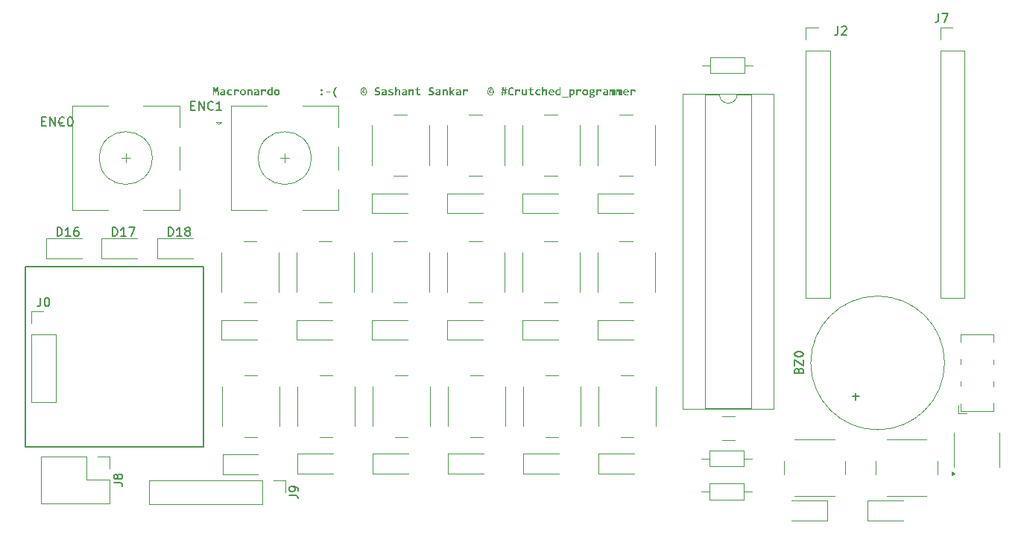
<source format=gbr>
%TF.GenerationSoftware,KiCad,Pcbnew,9.0.1*%
%TF.CreationDate,2025-05-27T17:05:58+05:30*%
%TF.ProjectId,macronardo,6d616372-6f6e-4617-9264-6f2e6b696361,rev?*%
%TF.SameCoordinates,Original*%
%TF.FileFunction,Legend,Top*%
%TF.FilePolarity,Positive*%
%FSLAX46Y46*%
G04 Gerber Fmt 4.6, Leading zero omitted, Abs format (unit mm)*
G04 Created by KiCad (PCBNEW 9.0.1) date 2025-05-27 17:05:58*
%MOMM*%
%LPD*%
G01*
G04 APERTURE LIST*
%ADD10C,0.200000*%
%ADD11C,0.150000*%
%ADD12C,0.120000*%
G04 APERTURE END LIST*
D10*
X96325000Y-75725000D02*
X116575000Y-75725000D01*
X116575000Y-96275000D01*
X96325000Y-96275000D01*
X96325000Y-75725000D01*
G36*
X118190212Y-56265000D02*
G01*
X118173848Y-55761065D01*
X118167681Y-55559931D01*
X118124633Y-55694204D01*
X118025593Y-55999263D01*
X117920385Y-55999263D01*
X117830870Y-55694204D01*
X117793318Y-55559931D01*
X117788555Y-55756974D01*
X117773534Y-56265000D01*
X117630713Y-56265000D01*
X117674433Y-55374002D01*
X117864392Y-55374002D01*
X117942916Y-55628564D01*
X117980469Y-55771995D01*
X118018021Y-55636807D01*
X118100697Y-55374002D01*
X118294077Y-55374002D01*
X118338468Y-56265000D01*
X118190212Y-56265000D01*
G37*
G36*
X118822326Y-55561631D02*
G01*
X118880504Y-55572327D01*
X118932227Y-55591240D01*
X118971728Y-55616290D01*
X119002859Y-55649186D01*
X119024668Y-55689563D01*
X119037250Y-55735722D01*
X119041765Y-55792084D01*
X119041765Y-56265000D01*
X118898944Y-56265000D01*
X118894853Y-56174691D01*
X118849057Y-56217128D01*
X118796484Y-56250772D01*
X118766811Y-56263288D01*
X118733958Y-56272815D01*
X118699261Y-56278601D01*
X118659830Y-56280631D01*
X118608583Y-56276529D01*
X118566285Y-56265061D01*
X118528795Y-56246163D01*
X118498630Y-56221707D01*
X118474821Y-56191335D01*
X118457292Y-56154663D01*
X118446916Y-56113997D01*
X118443309Y-56067896D01*
X118443923Y-56062400D01*
X118618187Y-56062400D01*
X118621458Y-56088861D01*
X118630600Y-56109570D01*
X118645481Y-56125903D01*
X118676351Y-56141868D01*
X118719975Y-56147763D01*
X118754326Y-56141951D01*
X118792393Y-56122911D01*
X118829906Y-56094310D01*
X118875069Y-56051592D01*
X118875069Y-55960184D01*
X118773281Y-55960184D01*
X118732594Y-55962379D01*
X118701535Y-55968244D01*
X118674068Y-55978220D01*
X118653724Y-55990471D01*
X118637539Y-56005939D01*
X118626735Y-56023077D01*
X118620338Y-56042063D01*
X118618187Y-56062400D01*
X118443923Y-56062400D01*
X118448582Y-56020680D01*
X118464131Y-55977770D01*
X118489956Y-55939835D01*
X118527634Y-55906634D01*
X118574038Y-55880773D01*
X118634246Y-55859923D01*
X118701074Y-55847492D01*
X118784211Y-55842948D01*
X118875069Y-55842948D01*
X118875069Y-55800633D01*
X118873117Y-55774400D01*
X118867559Y-55751723D01*
X118857710Y-55731477D01*
X118843318Y-55714659D01*
X118824674Y-55701449D01*
X118799904Y-55691090D01*
X118771636Y-55685004D01*
X118734324Y-55682725D01*
X118673264Y-55686327D01*
X118613058Y-55697135D01*
X118554252Y-55714375D01*
X118497287Y-55737435D01*
X118497287Y-55604567D01*
X118549400Y-55586505D01*
X118612386Y-55570983D01*
X118678481Y-55561044D01*
X118748002Y-55557672D01*
X118822326Y-55561631D01*
G37*
G36*
X119794216Y-56237644D02*
G01*
X119744246Y-56254955D01*
X119692428Y-56267137D01*
X119639130Y-56274284D01*
X119582458Y-56276723D01*
X119502412Y-56270853D01*
X119434202Y-56254253D01*
X119372991Y-56225986D01*
X119322827Y-56187513D01*
X119282860Y-56138578D01*
X119252852Y-56077848D01*
X119234994Y-56009339D01*
X119228611Y-55926662D01*
X119235402Y-55846189D01*
X119254867Y-55776147D01*
X119286877Y-55713141D01*
X119328995Y-55661048D01*
X119381256Y-55619097D01*
X119444094Y-55587470D01*
X119513959Y-55568274D01*
X119594059Y-55561580D01*
X119659049Y-55563710D01*
X119707815Y-55569335D01*
X119790797Y-55588935D01*
X119790797Y-55749159D01*
X119747058Y-55731109D01*
X119698900Y-55717407D01*
X119649866Y-55708886D01*
X119604989Y-55706172D01*
X119560150Y-55710225D01*
X119521641Y-55721803D01*
X119487424Y-55740608D01*
X119459481Y-55765218D01*
X119437452Y-55795528D01*
X119420891Y-55832690D01*
X119411011Y-55873644D01*
X119407580Y-55919823D01*
X119411319Y-55967737D01*
X119421929Y-56008728D01*
X119439496Y-56045485D01*
X119462534Y-56075528D01*
X119491328Y-56099629D01*
X119525732Y-56117538D01*
X119564066Y-56128368D01*
X119607737Y-56132131D01*
X119653838Y-56128956D01*
X119702320Y-56119797D01*
X119750130Y-56106058D01*
X119794216Y-56089145D01*
X119794216Y-56237644D01*
G37*
G36*
X120448360Y-55839040D02*
G01*
X120447997Y-55802760D01*
X120444574Y-55774987D01*
X120437662Y-55750111D01*
X120428210Y-55731390D01*
X120415426Y-55716352D01*
X120400488Y-55706294D01*
X120383282Y-55700415D01*
X120362997Y-55698356D01*
X120326912Y-55705310D01*
X120286793Y-55728398D01*
X120248541Y-55764773D01*
X120200392Y-55827316D01*
X120200392Y-56265000D01*
X120029605Y-56265000D01*
X120029605Y-55569396D01*
X120180547Y-55569396D01*
X120186714Y-55674909D01*
X120225305Y-55626671D01*
X120273115Y-55589729D01*
X120300591Y-55576155D01*
X120331550Y-55565976D01*
X120364569Y-55559823D01*
X120401892Y-55557672D01*
X120452514Y-55562338D01*
X120495132Y-55575563D01*
X120532522Y-55597739D01*
X120563459Y-55628564D01*
X120587008Y-55666981D01*
X120604431Y-55716613D01*
X120613729Y-55771767D01*
X120615727Y-55839040D01*
X120448360Y-55839040D01*
G37*
G36*
X121142136Y-55563644D02*
G01*
X121205635Y-55580509D01*
X121262143Y-55609096D01*
X121308766Y-55648347D01*
X121345587Y-55697798D01*
X121373307Y-55759722D01*
X121389661Y-55829196D01*
X121395533Y-55913351D01*
X121389527Y-55992844D01*
X121372269Y-56062950D01*
X121343552Y-56126554D01*
X121305347Y-56179148D01*
X121257027Y-56221806D01*
X121198063Y-56254070D01*
X121131618Y-56273712D01*
X121053288Y-56280631D01*
X120978690Y-56274765D01*
X120915291Y-56258161D01*
X120858801Y-56229904D01*
X120812159Y-56191055D01*
X120775309Y-56141770D01*
X120747252Y-56079314D01*
X120730693Y-56008942D01*
X120724720Y-55922876D01*
X120725032Y-55918785D01*
X120898194Y-55918785D01*
X120903869Y-55989654D01*
X120919045Y-56042471D01*
X120941913Y-56081390D01*
X120974393Y-56111593D01*
X121013538Y-56129700D01*
X121061470Y-56136039D01*
X121101179Y-56131702D01*
X121133827Y-56119431D01*
X121161674Y-56099567D01*
X121183714Y-56073269D01*
X121200194Y-56041767D01*
X121212412Y-56003660D01*
X121219534Y-55962689D01*
X121221999Y-55917442D01*
X121216674Y-55846814D01*
X121202501Y-55794483D01*
X121181332Y-55756242D01*
X121150685Y-55726741D01*
X121111628Y-55708709D01*
X121061470Y-55702264D01*
X121019959Y-55706746D01*
X120986976Y-55719239D01*
X120959024Y-55739318D01*
X120936418Y-55765767D01*
X120919509Y-55797179D01*
X120907414Y-55834644D01*
X120900557Y-55874845D01*
X120898194Y-55918785D01*
X120725032Y-55918785D01*
X120730825Y-55842863D01*
X120748290Y-55773033D01*
X120777373Y-55709827D01*
X120815884Y-55657873D01*
X120864460Y-55615762D01*
X120923473Y-55583928D01*
X120989788Y-55564484D01*
X121066966Y-55557672D01*
X121142136Y-55563644D01*
G37*
G36*
X121953323Y-56265000D02*
G01*
X121953323Y-55815654D01*
X121948991Y-55770164D01*
X121937755Y-55739267D01*
X121921092Y-55718905D01*
X121898710Y-55706663D01*
X121868632Y-55702264D01*
X121841574Y-55705827D01*
X121814822Y-55716785D01*
X121787665Y-55736214D01*
X121749817Y-55774180D01*
X121706027Y-55828538D01*
X121706027Y-56265000D01*
X121539331Y-56265000D01*
X121539331Y-55569396D01*
X121683496Y-55569396D01*
X121687587Y-55672100D01*
X121731612Y-55624900D01*
X121781132Y-55588630D01*
X121808701Y-55575429D01*
X121838529Y-55565671D01*
X121870352Y-55559767D01*
X121907527Y-55557672D01*
X121958628Y-55562257D01*
X122000401Y-55575075D01*
X122036956Y-55596135D01*
X122066652Y-55624106D01*
X122089703Y-55658482D01*
X122106646Y-55700432D01*
X122116485Y-55746638D01*
X122119958Y-55800266D01*
X122119958Y-56265000D01*
X121953323Y-56265000D01*
G37*
G36*
X122666709Y-55561631D02*
G01*
X122724886Y-55572327D01*
X122776609Y-55591240D01*
X122816111Y-55616290D01*
X122847242Y-55649186D01*
X122869050Y-55689563D01*
X122881632Y-55735722D01*
X122886147Y-55792084D01*
X122886147Y-56265000D01*
X122743326Y-56265000D01*
X122739235Y-56174691D01*
X122693440Y-56217128D01*
X122640867Y-56250772D01*
X122611194Y-56263288D01*
X122578340Y-56272815D01*
X122543643Y-56278601D01*
X122504213Y-56280631D01*
X122452966Y-56276529D01*
X122410668Y-56265061D01*
X122373177Y-56246163D01*
X122343012Y-56221707D01*
X122319204Y-56191335D01*
X122301674Y-56154663D01*
X122291299Y-56113997D01*
X122287691Y-56067896D01*
X122288305Y-56062400D01*
X122462569Y-56062400D01*
X122465840Y-56088861D01*
X122474983Y-56109570D01*
X122489863Y-56125903D01*
X122520733Y-56141868D01*
X122564357Y-56147763D01*
X122598709Y-56141951D01*
X122636775Y-56122911D01*
X122674289Y-56094310D01*
X122719452Y-56051592D01*
X122719452Y-55960184D01*
X122617663Y-55960184D01*
X122576977Y-55962379D01*
X122545917Y-55968244D01*
X122518451Y-55978220D01*
X122498107Y-55990471D01*
X122481922Y-56005939D01*
X122471118Y-56023077D01*
X122464721Y-56042063D01*
X122462569Y-56062400D01*
X122288305Y-56062400D01*
X122292964Y-56020680D01*
X122308513Y-55977770D01*
X122334339Y-55939835D01*
X122372016Y-55906634D01*
X122418420Y-55880773D01*
X122478628Y-55859923D01*
X122545456Y-55847492D01*
X122628593Y-55842948D01*
X122719452Y-55842948D01*
X122719452Y-55800633D01*
X122717499Y-55774400D01*
X122711941Y-55751723D01*
X122702093Y-55731477D01*
X122687700Y-55714659D01*
X122669056Y-55701449D01*
X122644286Y-55691090D01*
X122616018Y-55685004D01*
X122578707Y-55682725D01*
X122517646Y-55686327D01*
X122457440Y-55697135D01*
X122398635Y-55714375D01*
X122341669Y-55737435D01*
X122341669Y-55604567D01*
X122393783Y-55586505D01*
X122456769Y-55570983D01*
X122522863Y-55561044D01*
X122592384Y-55557672D01*
X122666709Y-55561631D01*
G37*
G36*
X123523866Y-55839040D02*
G01*
X123523503Y-55802760D01*
X123520080Y-55774987D01*
X123513168Y-55750111D01*
X123503715Y-55731390D01*
X123490932Y-55716352D01*
X123475994Y-55706294D01*
X123458788Y-55700415D01*
X123438503Y-55698356D01*
X123402418Y-55705310D01*
X123362299Y-55728398D01*
X123324047Y-55764773D01*
X123275898Y-55827316D01*
X123275898Y-56265000D01*
X123105111Y-56265000D01*
X123105111Y-55569396D01*
X123256053Y-55569396D01*
X123262220Y-55674909D01*
X123300811Y-55626671D01*
X123348621Y-55589729D01*
X123376097Y-55576155D01*
X123407056Y-55565976D01*
X123440075Y-55559823D01*
X123477398Y-55557672D01*
X123528020Y-55562338D01*
X123570638Y-55575563D01*
X123608028Y-55597739D01*
X123638965Y-55628564D01*
X123662513Y-55666981D01*
X123679937Y-55716613D01*
X123689235Y-55771767D01*
X123691233Y-55839040D01*
X123523866Y-55839040D01*
G37*
G36*
X124426587Y-56265000D02*
G01*
X124282484Y-56265000D01*
X124278393Y-56162540D01*
X124233269Y-56211022D01*
X124183382Y-56248208D01*
X124155903Y-56261832D01*
X124126352Y-56272083D01*
X124095035Y-56278409D01*
X124059124Y-56280631D01*
X124000137Y-56274274D01*
X123949764Y-56256024D01*
X123905969Y-56226325D01*
X123869469Y-56185926D01*
X123841455Y-56136847D01*
X123819949Y-56075467D01*
X123807363Y-56008304D01*
X123802913Y-55930448D01*
X123803305Y-55922815D01*
X123977791Y-55922815D01*
X123979916Y-55977782D01*
X123985607Y-56020268D01*
X123995841Y-56058348D01*
X124008871Y-56086458D01*
X124026439Y-56109196D01*
X124046789Y-56124193D01*
X124070482Y-56132989D01*
X124098019Y-56136039D01*
X124125065Y-56132469D01*
X124151695Y-56121505D01*
X124178620Y-56102090D01*
X124216180Y-56064031D01*
X124259952Y-56009033D01*
X124259952Y-55707515D01*
X124211104Y-55695303D01*
X124152669Y-55690540D01*
X124113912Y-55694730D01*
X124080251Y-55706844D01*
X124050589Y-55726424D01*
X124025235Y-55753066D01*
X124005414Y-55785432D01*
X123990064Y-55826034D01*
X123981002Y-55870675D01*
X123977791Y-55922815D01*
X123803305Y-55922815D01*
X123806174Y-55866985D01*
X123815394Y-55812089D01*
X123829902Y-55764607D01*
X123862667Y-55699563D01*
X123904701Y-55648286D01*
X123956670Y-55608280D01*
X124018091Y-55579898D01*
X124085627Y-55563379D01*
X124160912Y-55557672D01*
X124213119Y-55561092D01*
X124259952Y-55569945D01*
X124259952Y-55299752D01*
X124426587Y-55299752D01*
X124426587Y-56265000D01*
G37*
G36*
X124986519Y-55563644D02*
G01*
X125050017Y-55580509D01*
X125106526Y-55609096D01*
X125153148Y-55648347D01*
X125189970Y-55697798D01*
X125217690Y-55759722D01*
X125234043Y-55829196D01*
X125239916Y-55913351D01*
X125233909Y-55992844D01*
X125216652Y-56062950D01*
X125187935Y-56126554D01*
X125149729Y-56179148D01*
X125101410Y-56221806D01*
X125042445Y-56254070D01*
X124976001Y-56273712D01*
X124897670Y-56280631D01*
X124823072Y-56274765D01*
X124759673Y-56258161D01*
X124703184Y-56229904D01*
X124656542Y-56191055D01*
X124619692Y-56141770D01*
X124591634Y-56079314D01*
X124575076Y-56008942D01*
X124569103Y-55922876D01*
X124569415Y-55918785D01*
X124742576Y-55918785D01*
X124748251Y-55989654D01*
X124763428Y-56042471D01*
X124786296Y-56081390D01*
X124818775Y-56111593D01*
X124857921Y-56129700D01*
X124905853Y-56136039D01*
X124945562Y-56131702D01*
X124978210Y-56119431D01*
X125006056Y-56099567D01*
X125028096Y-56073269D01*
X125044577Y-56041767D01*
X125056795Y-56003660D01*
X125063916Y-55962689D01*
X125066381Y-55917442D01*
X125061056Y-55846814D01*
X125046883Y-55794483D01*
X125025715Y-55756242D01*
X124995068Y-55726741D01*
X124956011Y-55708709D01*
X124905853Y-55702264D01*
X124864342Y-55706746D01*
X124831359Y-55719239D01*
X124803406Y-55739318D01*
X124780800Y-55765767D01*
X124763892Y-55797179D01*
X124751796Y-55834644D01*
X124744939Y-55874845D01*
X124742576Y-55918785D01*
X124569415Y-55918785D01*
X124575207Y-55842863D01*
X124592672Y-55773033D01*
X124621756Y-55709827D01*
X124660266Y-55657873D01*
X124708843Y-55615762D01*
X124767855Y-55583928D01*
X124834171Y-55564484D01*
X124911348Y-55557672D01*
X124986519Y-55563644D01*
G37*
G36*
X129984621Y-55565488D02*
G01*
X130009888Y-55567919D01*
X130033103Y-55575075D01*
X130054200Y-55586519D01*
X130071999Y-55601392D01*
X130086629Y-55619481D01*
X130097950Y-55640715D01*
X130105122Y-55663893D01*
X130107536Y-55688586D01*
X130105105Y-55713915D01*
X130097950Y-55737191D01*
X130086618Y-55758318D01*
X130071999Y-55776147D01*
X130054226Y-55790728D01*
X130033103Y-55802098D01*
X130009888Y-55809254D01*
X129984621Y-55811685D01*
X129959344Y-55809246D01*
X129936383Y-55802098D01*
X129915503Y-55790768D01*
X129897487Y-55776147D01*
X129882612Y-55758298D01*
X129871170Y-55737191D01*
X129864060Y-55713918D01*
X129861645Y-55688586D01*
X129864044Y-55663890D01*
X129871170Y-55640715D01*
X129882601Y-55619501D01*
X129897487Y-55601392D01*
X129915528Y-55586480D01*
X129936383Y-55575075D01*
X129959344Y-55567927D01*
X129984621Y-55565488D01*
G37*
G36*
X129984621Y-56034434D02*
G01*
X130009888Y-56036865D01*
X130033103Y-56044021D01*
X130054222Y-56055403D01*
X130071999Y-56070033D01*
X130086611Y-56087822D01*
X130097950Y-56108989D01*
X130105120Y-56132123D01*
X130107536Y-56156861D01*
X130105107Y-56182137D01*
X130097950Y-56205404D01*
X130086629Y-56226638D01*
X130071999Y-56244727D01*
X130054200Y-56259600D01*
X130033103Y-56271045D01*
X130009888Y-56278200D01*
X129984621Y-56280631D01*
X129959344Y-56278192D01*
X129936383Y-56271045D01*
X129915528Y-56259639D01*
X129897487Y-56244727D01*
X129882601Y-56226618D01*
X129871170Y-56205404D01*
X129864059Y-56182140D01*
X129861645Y-56156861D01*
X129864046Y-56132121D01*
X129871170Y-56108989D01*
X129882619Y-56087842D01*
X129897487Y-56070033D01*
X129915507Y-56055364D01*
X129936383Y-56044021D01*
X129959344Y-56036873D01*
X129984621Y-56034434D01*
G37*
G36*
X130541006Y-55968000D02*
G01*
X130541006Y-55819501D01*
X130965928Y-55819501D01*
X130965928Y-55968000D01*
X130541006Y-55968000D01*
G37*
G36*
X131655547Y-56550275D02*
G01*
X131575058Y-56475965D01*
X131507440Y-56400998D01*
X131451576Y-56325222D01*
X131406542Y-56248391D01*
X131370269Y-56166341D01*
X131344429Y-56081568D01*
X131328828Y-55993488D01*
X131323560Y-55901444D01*
X131329820Y-55799439D01*
X131348107Y-55705073D01*
X131377884Y-55614997D01*
X131417472Y-55531233D01*
X131466377Y-55452593D01*
X131524023Y-55378581D01*
X131588683Y-55309674D01*
X131659638Y-55245041D01*
X131754588Y-55339991D01*
X131671218Y-55423992D01*
X131605054Y-55509908D01*
X131554431Y-55598155D01*
X131517166Y-55692465D01*
X131494955Y-55789325D01*
X131487508Y-55889781D01*
X131494926Y-55991716D01*
X131517113Y-56090770D01*
X131554431Y-56187941D01*
X131605365Y-56278924D01*
X131671592Y-56365860D01*
X131754588Y-56449220D01*
X131655547Y-56550275D01*
G37*
G36*
X134883651Y-55583247D02*
G01*
X134918466Y-55589118D01*
X134918466Y-55706172D01*
X134886326Y-55697405D01*
X134852215Y-55694448D01*
X134826421Y-55696901D01*
X134807763Y-55703424D01*
X134792147Y-55714102D01*
X134779125Y-55728520D01*
X134769442Y-55746097D01*
X134762700Y-55768759D01*
X134757937Y-55823042D01*
X134763826Y-55877041D01*
X134778759Y-55911092D01*
X134794765Y-55927065D01*
X134816345Y-55937015D01*
X134845376Y-55940645D01*
X134881219Y-55936065D01*
X134918466Y-55925013D01*
X134918466Y-56044815D01*
X134870655Y-56054829D01*
X134823517Y-56057882D01*
X134774293Y-56053658D01*
X134733696Y-56041823D01*
X134698037Y-56022136D01*
X134669155Y-55995966D01*
X134646759Y-55963480D01*
X134630198Y-55923121D01*
X134620618Y-55878571D01*
X134617254Y-55827377D01*
X134620458Y-55778902D01*
X134629893Y-55733344D01*
X134646231Y-55690947D01*
X134669155Y-55655003D01*
X134699435Y-55625171D01*
X134738825Y-55601331D01*
X134784521Y-55586462D01*
X134841285Y-55581120D01*
X134883651Y-55583247D01*
G37*
G36*
X134841076Y-55362531D02*
G01*
X134892579Y-55374656D01*
X134939959Y-55394518D01*
X134983858Y-55421557D01*
X135023020Y-55454406D01*
X135057807Y-55493436D01*
X135100238Y-55560578D01*
X135132301Y-55640104D01*
X135151630Y-55725985D01*
X135158251Y-55819501D01*
X135151630Y-55913016D01*
X135132301Y-55998897D01*
X135100223Y-56078373D01*
X135057807Y-56145259D01*
X135023057Y-56184090D01*
X134983895Y-56216949D01*
X134939959Y-56244178D01*
X134892563Y-56264213D01*
X134841062Y-56276437D01*
X134784621Y-56280631D01*
X134725281Y-56276634D01*
X134672422Y-56265127D01*
X134625069Y-56246559D01*
X134581203Y-56220780D01*
X134542281Y-56189168D01*
X134507894Y-56151366D01*
X134479123Y-56108946D01*
X134454941Y-56060642D01*
X134435476Y-56005736D01*
X134417267Y-55918727D01*
X134410929Y-55820844D01*
X134411024Y-55819501D01*
X134527067Y-55819501D01*
X134531241Y-55890722D01*
X134543431Y-55956643D01*
X134564258Y-56018159D01*
X134592280Y-56069788D01*
X134628837Y-56113525D01*
X134672575Y-56146725D01*
X134705506Y-56162253D01*
X134742338Y-56171805D01*
X134783888Y-56175118D01*
X134825953Y-56171838D01*
X134863126Y-56162396D01*
X134896240Y-56147091D01*
X134940250Y-56114152D01*
X134976840Y-56070521D01*
X135004914Y-56018884D01*
X135025689Y-55957681D01*
X135037918Y-55892069D01*
X135042114Y-55820844D01*
X135037929Y-55749585D01*
X135025689Y-55683396D01*
X135004877Y-55621569D01*
X134976840Y-55569884D01*
X134940281Y-55526113D01*
X134896240Y-55492643D01*
X134863083Y-55476922D01*
X134825914Y-55467242D01*
X134783888Y-55463883D01*
X134742338Y-55467196D01*
X134705506Y-55476748D01*
X134672575Y-55492276D01*
X134628815Y-55525421D01*
X134592280Y-55568907D01*
X134564278Y-55620235D01*
X134543431Y-55681748D01*
X134531252Y-55747699D01*
X134527067Y-55819501D01*
X134411024Y-55819501D01*
X134417545Y-55727288D01*
X134436880Y-55641142D01*
X134468948Y-55561297D01*
X134511313Y-55494108D01*
X134546122Y-55455049D01*
X134585286Y-55422095D01*
X134629160Y-55394884D01*
X134676600Y-55374815D01*
X134728142Y-55362571D01*
X134784621Y-55358370D01*
X134841076Y-55362531D01*
G37*
G36*
X136634516Y-55995478D02*
G01*
X136627440Y-56065255D01*
X136607527Y-56122423D01*
X136575136Y-56171626D01*
X136532056Y-56211388D01*
X136479980Y-56241527D01*
X136416591Y-56263595D01*
X136347848Y-56276223D01*
X136270411Y-56280631D01*
X136200733Y-56278569D01*
X136134490Y-56272510D01*
X136069350Y-56261708D01*
X136004675Y-56245460D01*
X136004675Y-56081329D01*
X136070254Y-56101113D01*
X136138948Y-56117294D01*
X136207580Y-56128162D01*
X136273831Y-56132131D01*
X136319866Y-56129904D01*
X136355163Y-56123949D01*
X136386612Y-56113739D01*
X136409813Y-56101357D01*
X136428378Y-56085322D01*
X136440526Y-56067224D01*
X136447667Y-56046578D01*
X136450113Y-56023443D01*
X136445268Y-55992941D01*
X136431306Y-55968550D01*
X136410152Y-55948143D01*
X136381786Y-55929349D01*
X136311749Y-55898635D01*
X136231821Y-55869265D01*
X136151892Y-55833789D01*
X136114609Y-55811523D01*
X136081856Y-55784696D01*
X136054277Y-55752786D01*
X136032336Y-55714781D01*
X136018577Y-55671551D01*
X136013590Y-55616901D01*
X136018406Y-55565549D01*
X136032702Y-55517311D01*
X136057058Y-55473529D01*
X136092786Y-55435123D01*
X136138127Y-55404346D01*
X136197993Y-55379192D01*
X136265878Y-55363988D01*
X136353087Y-55358370D01*
X136408714Y-55361057D01*
X136466111Y-55367896D01*
X136520760Y-55377848D01*
X136568937Y-55389633D01*
X136568937Y-55542041D01*
X136521127Y-55526409D01*
X136467515Y-55514014D01*
X136411828Y-55505832D01*
X136358583Y-55502962D01*
X136315864Y-55504914D01*
X136283417Y-55510106D01*
X136254455Y-55518942D01*
X136232859Y-55529767D01*
X136215544Y-55544004D01*
X136204160Y-55560603D01*
X136197573Y-55579642D01*
X136195307Y-55601209D01*
X136200012Y-55627270D01*
X136214052Y-55649324D01*
X136235160Y-55667847D01*
X136263939Y-55685472D01*
X136334281Y-55715453D01*
X136414881Y-55745495D01*
X136495481Y-55782009D01*
X136532899Y-55804789D01*
X136565884Y-55831774D01*
X136593783Y-55863604D01*
X136615710Y-55901017D01*
X136629557Y-55943294D01*
X136634516Y-55995478D01*
G37*
G36*
X137160079Y-55561631D02*
G01*
X137218257Y-55572327D01*
X137269980Y-55591240D01*
X137309481Y-55616290D01*
X137340612Y-55649186D01*
X137362421Y-55689563D01*
X137375003Y-55735722D01*
X137379518Y-55792084D01*
X137379518Y-56265000D01*
X137236697Y-56265000D01*
X137232606Y-56174691D01*
X137186810Y-56217128D01*
X137134237Y-56250772D01*
X137104564Y-56263288D01*
X137071711Y-56272815D01*
X137037014Y-56278601D01*
X136997583Y-56280631D01*
X136946336Y-56276529D01*
X136904038Y-56265061D01*
X136866548Y-56246163D01*
X136836383Y-56221707D01*
X136812574Y-56191335D01*
X136795045Y-56154663D01*
X136784669Y-56113997D01*
X136781062Y-56067896D01*
X136781676Y-56062400D01*
X136955940Y-56062400D01*
X136959211Y-56088861D01*
X136968353Y-56109570D01*
X136983234Y-56125903D01*
X137014104Y-56141868D01*
X137057728Y-56147763D01*
X137092079Y-56141951D01*
X137130146Y-56122911D01*
X137167659Y-56094310D01*
X137212822Y-56051592D01*
X137212822Y-55960184D01*
X137111034Y-55960184D01*
X137070347Y-55962379D01*
X137039288Y-55968244D01*
X137011821Y-55978220D01*
X136991477Y-55990471D01*
X136975292Y-56005939D01*
X136964488Y-56023077D01*
X136958091Y-56042063D01*
X136955940Y-56062400D01*
X136781676Y-56062400D01*
X136786335Y-56020680D01*
X136801884Y-55977770D01*
X136827709Y-55939835D01*
X136865387Y-55906634D01*
X136911791Y-55880773D01*
X136971999Y-55859923D01*
X137038827Y-55847492D01*
X137121964Y-55842948D01*
X137212822Y-55842948D01*
X137212822Y-55800633D01*
X137210870Y-55774400D01*
X137205312Y-55751723D01*
X137195463Y-55731477D01*
X137181071Y-55714659D01*
X137162427Y-55701449D01*
X137137657Y-55691090D01*
X137109389Y-55685004D01*
X137072077Y-55682725D01*
X137011017Y-55686327D01*
X136950811Y-55697135D01*
X136892005Y-55714375D01*
X136835040Y-55737435D01*
X136835040Y-55604567D01*
X136887153Y-55586505D01*
X136950139Y-55570983D01*
X137016234Y-55561044D01*
X137085755Y-55557672D01*
X137160079Y-55561631D01*
G37*
G36*
X138142899Y-56061240D02*
G01*
X138136016Y-56117332D01*
X138116582Y-56162418D01*
X138086147Y-56200289D01*
X138046912Y-56230561D01*
X138001279Y-56252937D01*
X137948543Y-56268663D01*
X137893114Y-56277625D01*
X137836191Y-56280631D01*
X137761523Y-56278519D01*
X137698194Y-56272632D01*
X137637766Y-56262686D01*
X137582056Y-56249368D01*
X137582056Y-56100868D01*
X137646733Y-56124095D01*
X137710162Y-56139642D01*
X137773287Y-56148768D01*
X137830696Y-56151671D01*
X137891460Y-56145832D01*
X137928698Y-56131338D01*
X137947302Y-56115739D01*
X137957710Y-56098325D01*
X137961182Y-56078276D01*
X137954344Y-56049638D01*
X137945211Y-56037640D01*
X137928698Y-56024787D01*
X137875758Y-56000301D01*
X137786304Y-55971969D01*
X137736920Y-55956259D01*
X137696484Y-55939607D01*
X137660449Y-55919413D01*
X137632615Y-55897048D01*
X137610463Y-55870499D01*
X137594696Y-55840139D01*
X137585403Y-55806059D01*
X137582056Y-55764118D01*
X137586841Y-55723044D01*
X137601168Y-55684434D01*
X137624608Y-55649716D01*
X137658199Y-55618672D01*
X137699485Y-55594011D01*
X137752843Y-55574036D01*
X137812181Y-55562034D01*
X137885345Y-55557672D01*
X138001482Y-55563778D01*
X138090997Y-55577212D01*
X138090997Y-55713988D01*
X138032152Y-55697236D01*
X137979317Y-55686755D01*
X137927113Y-55680786D01*
X137875819Y-55678817D01*
X137827796Y-55683948D01*
X137793510Y-55697623D01*
X137775893Y-55712186D01*
X137765849Y-55729280D01*
X137762430Y-55749830D01*
X137768536Y-55777796D01*
X137776967Y-55789145D01*
X137792777Y-55801610D01*
X137843335Y-55825851D01*
X137929125Y-55853389D01*
X137986547Y-55871788D01*
X138030181Y-55889842D01*
X138068241Y-55911282D01*
X138096065Y-55933806D01*
X138117647Y-55960232D01*
X138131969Y-55989677D01*
X138140031Y-56022356D01*
X138142899Y-56061240D01*
G37*
G36*
X138753323Y-56265000D02*
G01*
X138753323Y-55815654D01*
X138748991Y-55770164D01*
X138737755Y-55739267D01*
X138721092Y-55718905D01*
X138698710Y-55706663D01*
X138668632Y-55702264D01*
X138641574Y-55705827D01*
X138614822Y-55716785D01*
X138587665Y-55736214D01*
X138549817Y-55774180D01*
X138506027Y-55828538D01*
X138506027Y-56265000D01*
X138339331Y-56265000D01*
X138339331Y-55299752D01*
X138506027Y-55299752D01*
X138506027Y-55538438D01*
X138497845Y-55664651D01*
X138540832Y-55619344D01*
X138587971Y-55585638D01*
X138642620Y-55564816D01*
X138672863Y-55559533D01*
X138707527Y-55557672D01*
X138758628Y-55562257D01*
X138800401Y-55575075D01*
X138836956Y-55596135D01*
X138866652Y-55624106D01*
X138889703Y-55658482D01*
X138906646Y-55700432D01*
X138916485Y-55746638D01*
X138919958Y-55800266D01*
X138919958Y-56265000D01*
X138753323Y-56265000D01*
G37*
G36*
X139466709Y-55561631D02*
G01*
X139524886Y-55572327D01*
X139576609Y-55591240D01*
X139616111Y-55616290D01*
X139647242Y-55649186D01*
X139669050Y-55689563D01*
X139681632Y-55735722D01*
X139686147Y-55792084D01*
X139686147Y-56265000D01*
X139543326Y-56265000D01*
X139539235Y-56174691D01*
X139493440Y-56217128D01*
X139440867Y-56250772D01*
X139411194Y-56263288D01*
X139378340Y-56272815D01*
X139343643Y-56278601D01*
X139304213Y-56280631D01*
X139252966Y-56276529D01*
X139210668Y-56265061D01*
X139173177Y-56246163D01*
X139143012Y-56221707D01*
X139119204Y-56191335D01*
X139101674Y-56154663D01*
X139091299Y-56113997D01*
X139087691Y-56067896D01*
X139088305Y-56062400D01*
X139262569Y-56062400D01*
X139265840Y-56088861D01*
X139274983Y-56109570D01*
X139289863Y-56125903D01*
X139320733Y-56141868D01*
X139364357Y-56147763D01*
X139398709Y-56141951D01*
X139436775Y-56122911D01*
X139474289Y-56094310D01*
X139519452Y-56051592D01*
X139519452Y-55960184D01*
X139417663Y-55960184D01*
X139376977Y-55962379D01*
X139345917Y-55968244D01*
X139318451Y-55978220D01*
X139298107Y-55990471D01*
X139281922Y-56005939D01*
X139271118Y-56023077D01*
X139264721Y-56042063D01*
X139262569Y-56062400D01*
X139088305Y-56062400D01*
X139092964Y-56020680D01*
X139108513Y-55977770D01*
X139134339Y-55939835D01*
X139172016Y-55906634D01*
X139218420Y-55880773D01*
X139278628Y-55859923D01*
X139345456Y-55847492D01*
X139428593Y-55842948D01*
X139519452Y-55842948D01*
X139519452Y-55800633D01*
X139517499Y-55774400D01*
X139511941Y-55751723D01*
X139502093Y-55731477D01*
X139487700Y-55714659D01*
X139469056Y-55701449D01*
X139444286Y-55691090D01*
X139416018Y-55685004D01*
X139378707Y-55682725D01*
X139317646Y-55686327D01*
X139257440Y-55697135D01*
X139198635Y-55714375D01*
X139141669Y-55737435D01*
X139141669Y-55604567D01*
X139193783Y-55586505D01*
X139256769Y-55570983D01*
X139322863Y-55561044D01*
X139392384Y-55557672D01*
X139466709Y-55561631D01*
G37*
G36*
X140291076Y-56265000D02*
G01*
X140291076Y-55815654D01*
X140286744Y-55770164D01*
X140275508Y-55739267D01*
X140258845Y-55718905D01*
X140236463Y-55706663D01*
X140206385Y-55702264D01*
X140179327Y-55705827D01*
X140152575Y-55716785D01*
X140125418Y-55736214D01*
X140087570Y-55774180D01*
X140043780Y-55828538D01*
X140043780Y-56265000D01*
X139877084Y-56265000D01*
X139877084Y-55569396D01*
X140021249Y-55569396D01*
X140025340Y-55672100D01*
X140069364Y-55624900D01*
X140118885Y-55588630D01*
X140146454Y-55575429D01*
X140176282Y-55565671D01*
X140208105Y-55559767D01*
X140245280Y-55557672D01*
X140296381Y-55562257D01*
X140338154Y-55575075D01*
X140374709Y-55596135D01*
X140404405Y-55624106D01*
X140427456Y-55658482D01*
X140444399Y-55700432D01*
X140454238Y-55746638D01*
X140457711Y-55800266D01*
X140457711Y-56265000D01*
X140291076Y-56265000D01*
G37*
G36*
X141218405Y-56257184D02*
G01*
X141127547Y-56274220D01*
X141040779Y-56280631D01*
X140974985Y-56276757D01*
X140922932Y-56266221D01*
X140876845Y-56247595D01*
X140840928Y-56222318D01*
X140813041Y-56189231D01*
X140793117Y-56147213D01*
X140781897Y-56099143D01*
X140777791Y-56038525D01*
X140777791Y-55698356D01*
X140591311Y-55698356D01*
X140591311Y-55569396D01*
X140777791Y-55569396D01*
X140777791Y-55391221D01*
X140948578Y-55346646D01*
X140948578Y-55569396D01*
X141218405Y-55569396D01*
X141218405Y-55698356D01*
X140948578Y-55698356D01*
X140948578Y-56026802D01*
X140952059Y-56065776D01*
X140961460Y-56095162D01*
X140975872Y-56117172D01*
X140996291Y-56133152D01*
X141025749Y-56143745D01*
X141067463Y-56147763D01*
X141147330Y-56140680D01*
X141218405Y-56124316D01*
X141218405Y-56257184D01*
G37*
G36*
X142785528Y-55995478D02*
G01*
X142778452Y-56065255D01*
X142758539Y-56122423D01*
X142726148Y-56171626D01*
X142683068Y-56211388D01*
X142630992Y-56241527D01*
X142567602Y-56263595D01*
X142498860Y-56276223D01*
X142421423Y-56280631D01*
X142351744Y-56278569D01*
X142285502Y-56272510D01*
X142220362Y-56261708D01*
X142155687Y-56245460D01*
X142155687Y-56081329D01*
X142221266Y-56101113D01*
X142289959Y-56117294D01*
X142358592Y-56128162D01*
X142424842Y-56132131D01*
X142470878Y-56129904D01*
X142506175Y-56123949D01*
X142537624Y-56113739D01*
X142560825Y-56101357D01*
X142579390Y-56085322D01*
X142591538Y-56067224D01*
X142598679Y-56046578D01*
X142601125Y-56023443D01*
X142596280Y-55992941D01*
X142582318Y-55968550D01*
X142561164Y-55948143D01*
X142532798Y-55929349D01*
X142462761Y-55898635D01*
X142382833Y-55869265D01*
X142302904Y-55833789D01*
X142265621Y-55811523D01*
X142232868Y-55784696D01*
X142205289Y-55752786D01*
X142183347Y-55714781D01*
X142169589Y-55671551D01*
X142164602Y-55616901D01*
X142169418Y-55565549D01*
X142183714Y-55517311D01*
X142208069Y-55473529D01*
X142243797Y-55435123D01*
X142289139Y-55404346D01*
X142349005Y-55379192D01*
X142416890Y-55363988D01*
X142504099Y-55358370D01*
X142559726Y-55361057D01*
X142617123Y-55367896D01*
X142671772Y-55377848D01*
X142719949Y-55389633D01*
X142719949Y-55542041D01*
X142672138Y-55526409D01*
X142618527Y-55514014D01*
X142562840Y-55505832D01*
X142509595Y-55502962D01*
X142466876Y-55504914D01*
X142434429Y-55510106D01*
X142405467Y-55518942D01*
X142383871Y-55529767D01*
X142366555Y-55544004D01*
X142355172Y-55560603D01*
X142348585Y-55579642D01*
X142346318Y-55601209D01*
X142351024Y-55627270D01*
X142365064Y-55649324D01*
X142386172Y-55667847D01*
X142414951Y-55685472D01*
X142485293Y-55715453D01*
X142565893Y-55745495D01*
X142646493Y-55782009D01*
X142683911Y-55804789D01*
X142716896Y-55831774D01*
X142744795Y-55863604D01*
X142766721Y-55901017D01*
X142780569Y-55943294D01*
X142785528Y-55995478D01*
G37*
G36*
X143311091Y-55561631D02*
G01*
X143369269Y-55572327D01*
X143420991Y-55591240D01*
X143460493Y-55616290D01*
X143491624Y-55649186D01*
X143513433Y-55689563D01*
X143526015Y-55735722D01*
X143530530Y-55792084D01*
X143530530Y-56265000D01*
X143387709Y-56265000D01*
X143383618Y-56174691D01*
X143337822Y-56217128D01*
X143285249Y-56250772D01*
X143255576Y-56263288D01*
X143222723Y-56272815D01*
X143188025Y-56278601D01*
X143148595Y-56280631D01*
X143097348Y-56276529D01*
X143055050Y-56265061D01*
X143017560Y-56246163D01*
X142987395Y-56221707D01*
X142963586Y-56191335D01*
X142946057Y-56154663D01*
X142935681Y-56113997D01*
X142932074Y-56067896D01*
X142932688Y-56062400D01*
X143106952Y-56062400D01*
X143110222Y-56088861D01*
X143119365Y-56109570D01*
X143134246Y-56125903D01*
X143165116Y-56141868D01*
X143208740Y-56147763D01*
X143243091Y-56141951D01*
X143281158Y-56122911D01*
X143318671Y-56094310D01*
X143363834Y-56051592D01*
X143363834Y-55960184D01*
X143262046Y-55960184D01*
X143221359Y-55962379D01*
X143190300Y-55968244D01*
X143162833Y-55978220D01*
X143142489Y-55990471D01*
X143126304Y-56005939D01*
X143115500Y-56023077D01*
X143109103Y-56042063D01*
X143106952Y-56062400D01*
X142932688Y-56062400D01*
X142937347Y-56020680D01*
X142952896Y-55977770D01*
X142978721Y-55939835D01*
X143016399Y-55906634D01*
X143062803Y-55880773D01*
X143123011Y-55859923D01*
X143189839Y-55847492D01*
X143272976Y-55842948D01*
X143363834Y-55842948D01*
X143363834Y-55800633D01*
X143361882Y-55774400D01*
X143356324Y-55751723D01*
X143346475Y-55731477D01*
X143332083Y-55714659D01*
X143313439Y-55701449D01*
X143288668Y-55691090D01*
X143260400Y-55685004D01*
X143223089Y-55682725D01*
X143162029Y-55686327D01*
X143101823Y-55697135D01*
X143043017Y-55714375D01*
X142986051Y-55737435D01*
X142986051Y-55604567D01*
X143038165Y-55586505D01*
X143101151Y-55570983D01*
X143167245Y-55561044D01*
X143236767Y-55557672D01*
X143311091Y-55561631D01*
G37*
G36*
X144135458Y-56265000D02*
G01*
X144135458Y-55815654D01*
X144131126Y-55770164D01*
X144119890Y-55739267D01*
X144103227Y-55718905D01*
X144080845Y-55706663D01*
X144050767Y-55702264D01*
X144023710Y-55705827D01*
X143996958Y-55716785D01*
X143969801Y-55736214D01*
X143931952Y-55774180D01*
X143888162Y-55828538D01*
X143888162Y-56265000D01*
X143721467Y-56265000D01*
X143721467Y-55569396D01*
X143865631Y-55569396D01*
X143869722Y-55672100D01*
X143913747Y-55624900D01*
X143963267Y-55588630D01*
X143990836Y-55575429D01*
X144020664Y-55565671D01*
X144052488Y-55559767D01*
X144089663Y-55557672D01*
X144140763Y-55562257D01*
X144182536Y-55575075D01*
X144219092Y-55596135D01*
X144248787Y-55624106D01*
X144271838Y-55658482D01*
X144288782Y-55700432D01*
X144298621Y-55746638D01*
X144302093Y-55800266D01*
X144302093Y-56265000D01*
X144135458Y-56265000D01*
G37*
G36*
X144920027Y-56265000D02*
G01*
X144663878Y-55917991D01*
X144663878Y-56265000D01*
X144497182Y-56265000D01*
X144497182Y-55299752D01*
X144663878Y-55299752D01*
X144663878Y-55864685D01*
X144906350Y-55569396D01*
X145114689Y-55569396D01*
X144833260Y-55886362D01*
X145137953Y-56265000D01*
X144920027Y-56265000D01*
G37*
G36*
X145617721Y-55561631D02*
G01*
X145675898Y-55572327D01*
X145727621Y-55591240D01*
X145767123Y-55616290D01*
X145798254Y-55649186D01*
X145820062Y-55689563D01*
X145832644Y-55735722D01*
X145837159Y-55792084D01*
X145837159Y-56265000D01*
X145694338Y-56265000D01*
X145690247Y-56174691D01*
X145644452Y-56217128D01*
X145591878Y-56250772D01*
X145562205Y-56263288D01*
X145529352Y-56272815D01*
X145494655Y-56278601D01*
X145455225Y-56280631D01*
X145403978Y-56276529D01*
X145361680Y-56265061D01*
X145324189Y-56246163D01*
X145294024Y-56221707D01*
X145270215Y-56191335D01*
X145252686Y-56154663D01*
X145242311Y-56113997D01*
X145238703Y-56067896D01*
X145239317Y-56062400D01*
X145413581Y-56062400D01*
X145416852Y-56088861D01*
X145425995Y-56109570D01*
X145440875Y-56125903D01*
X145471745Y-56141868D01*
X145515369Y-56147763D01*
X145549721Y-56141951D01*
X145587787Y-56122911D01*
X145625301Y-56094310D01*
X145670464Y-56051592D01*
X145670464Y-55960184D01*
X145568675Y-55960184D01*
X145527989Y-55962379D01*
X145496929Y-55968244D01*
X145469463Y-55978220D01*
X145449118Y-55990471D01*
X145432934Y-56005939D01*
X145422130Y-56023077D01*
X145415732Y-56042063D01*
X145413581Y-56062400D01*
X145239317Y-56062400D01*
X145243976Y-56020680D01*
X145259525Y-55977770D01*
X145285351Y-55939835D01*
X145323028Y-55906634D01*
X145369432Y-55880773D01*
X145429640Y-55859923D01*
X145496468Y-55847492D01*
X145579605Y-55842948D01*
X145670464Y-55842948D01*
X145670464Y-55800633D01*
X145668511Y-55774400D01*
X145662953Y-55751723D01*
X145653105Y-55731477D01*
X145638712Y-55714659D01*
X145620068Y-55701449D01*
X145595298Y-55691090D01*
X145567030Y-55685004D01*
X145529719Y-55682725D01*
X145468658Y-55686327D01*
X145408452Y-55697135D01*
X145349647Y-55714375D01*
X145292681Y-55737435D01*
X145292681Y-55604567D01*
X145344795Y-55586505D01*
X145407780Y-55570983D01*
X145473875Y-55561044D01*
X145543396Y-55557672D01*
X145617721Y-55561631D01*
G37*
G36*
X146474877Y-55839040D02*
G01*
X146474515Y-55802760D01*
X146471092Y-55774987D01*
X146464179Y-55750111D01*
X146454727Y-55731390D01*
X146441944Y-55716352D01*
X146427006Y-55706294D01*
X146409800Y-55700415D01*
X146389515Y-55698356D01*
X146353430Y-55705310D01*
X146313311Y-55728398D01*
X146275059Y-55764773D01*
X146226910Y-55827316D01*
X146226910Y-56265000D01*
X146056123Y-56265000D01*
X146056123Y-55569396D01*
X146207065Y-55569396D01*
X146213232Y-55674909D01*
X146251823Y-55626671D01*
X146299633Y-55589729D01*
X146327108Y-55576155D01*
X146358068Y-55565976D01*
X146391086Y-55559823D01*
X146428410Y-55557672D01*
X146479032Y-55562338D01*
X146521650Y-55575563D01*
X146559040Y-55597739D01*
X146589977Y-55628564D01*
X146613525Y-55666981D01*
X146630949Y-55716613D01*
X146640247Y-55771767D01*
X146642245Y-55839040D01*
X146474877Y-55839040D01*
G37*
G36*
X149283651Y-55583247D02*
G01*
X149318466Y-55589118D01*
X149318466Y-55706172D01*
X149286326Y-55697405D01*
X149252215Y-55694448D01*
X149226421Y-55696901D01*
X149207763Y-55703424D01*
X149192147Y-55714102D01*
X149179125Y-55728520D01*
X149169442Y-55746097D01*
X149162700Y-55768759D01*
X149157937Y-55823042D01*
X149163826Y-55877041D01*
X149178759Y-55911092D01*
X149194765Y-55927065D01*
X149216345Y-55937015D01*
X149245376Y-55940645D01*
X149281219Y-55936065D01*
X149318466Y-55925013D01*
X149318466Y-56044815D01*
X149270655Y-56054829D01*
X149223517Y-56057882D01*
X149174293Y-56053658D01*
X149133696Y-56041823D01*
X149098037Y-56022136D01*
X149069155Y-55995966D01*
X149046759Y-55963480D01*
X149030198Y-55923121D01*
X149020618Y-55878571D01*
X149017254Y-55827377D01*
X149020458Y-55778902D01*
X149029893Y-55733344D01*
X149046231Y-55690947D01*
X149069155Y-55655003D01*
X149099435Y-55625171D01*
X149138825Y-55601331D01*
X149184521Y-55586462D01*
X149241285Y-55581120D01*
X149283651Y-55583247D01*
G37*
G36*
X149241076Y-55362531D02*
G01*
X149292579Y-55374656D01*
X149339959Y-55394518D01*
X149383858Y-55421557D01*
X149423020Y-55454406D01*
X149457807Y-55493436D01*
X149500238Y-55560578D01*
X149532301Y-55640104D01*
X149551630Y-55725985D01*
X149558251Y-55819501D01*
X149551630Y-55913016D01*
X149532301Y-55998897D01*
X149500223Y-56078373D01*
X149457807Y-56145259D01*
X149423057Y-56184090D01*
X149383895Y-56216949D01*
X149339959Y-56244178D01*
X149292563Y-56264213D01*
X149241062Y-56276437D01*
X149184621Y-56280631D01*
X149125281Y-56276634D01*
X149072422Y-56265127D01*
X149025069Y-56246559D01*
X148981203Y-56220780D01*
X148942281Y-56189168D01*
X148907894Y-56151366D01*
X148879123Y-56108946D01*
X148854941Y-56060642D01*
X148835476Y-56005736D01*
X148817267Y-55918727D01*
X148810929Y-55820844D01*
X148811024Y-55819501D01*
X148927067Y-55819501D01*
X148931241Y-55890722D01*
X148943431Y-55956643D01*
X148964258Y-56018159D01*
X148992280Y-56069788D01*
X149028837Y-56113525D01*
X149072575Y-56146725D01*
X149105506Y-56162253D01*
X149142338Y-56171805D01*
X149183888Y-56175118D01*
X149225953Y-56171838D01*
X149263126Y-56162396D01*
X149296240Y-56147091D01*
X149340250Y-56114152D01*
X149376840Y-56070521D01*
X149404914Y-56018884D01*
X149425689Y-55957681D01*
X149437918Y-55892069D01*
X149442114Y-55820844D01*
X149437929Y-55749585D01*
X149425689Y-55683396D01*
X149404877Y-55621569D01*
X149376840Y-55569884D01*
X149340281Y-55526113D01*
X149296240Y-55492643D01*
X149263083Y-55476922D01*
X149225914Y-55467242D01*
X149183888Y-55463883D01*
X149142338Y-55467196D01*
X149105506Y-55476748D01*
X149072575Y-55492276D01*
X149028815Y-55525421D01*
X148992280Y-55568907D01*
X148964278Y-55620235D01*
X148943431Y-55681748D01*
X148931252Y-55747699D01*
X148927067Y-55819501D01*
X148811024Y-55819501D01*
X148817545Y-55727288D01*
X148836880Y-55641142D01*
X148868948Y-55561297D01*
X148911313Y-55494108D01*
X148946122Y-55455049D01*
X148985286Y-55422095D01*
X149029160Y-55394884D01*
X149076600Y-55374815D01*
X149128142Y-55362571D01*
X149184621Y-55358370D01*
X149241076Y-55362531D01*
G37*
G36*
X150664305Y-55588935D02*
G01*
X150822086Y-55588935D01*
X150843946Y-55374002D01*
X150977852Y-55374002D01*
X150955992Y-55588935D01*
X151077564Y-55588935D01*
X151077564Y-55713988D01*
X150943658Y-55713988D01*
X150923874Y-55909382D01*
X151041355Y-55909382D01*
X151041355Y-56034434D01*
X150910868Y-56034434D01*
X150887665Y-56265000D01*
X150753759Y-56265000D01*
X150777695Y-56034434D01*
X150619181Y-56034434D01*
X150595978Y-56265000D01*
X150462072Y-56265000D01*
X150486008Y-56034434D01*
X150365779Y-56034434D01*
X150365779Y-55909382D01*
X150498281Y-55909382D01*
X150632187Y-55909382D01*
X150789968Y-55909382D01*
X150809813Y-55713988D01*
X150651971Y-55713988D01*
X150632187Y-55909382D01*
X150498281Y-55909382D01*
X150518126Y-55713988D01*
X150401988Y-55713988D01*
X150401988Y-55588935D01*
X150530399Y-55588935D01*
X150552259Y-55374002D01*
X150686165Y-55374002D01*
X150664305Y-55588935D01*
G37*
G36*
X151792463Y-56225921D02*
G01*
X151733059Y-56248682D01*
X151677363Y-56264206D01*
X151620936Y-56273555D01*
X151561592Y-56276723D01*
X151497818Y-56273351D01*
X151441299Y-56263706D01*
X151391111Y-56248330D01*
X151343844Y-56226086D01*
X151302363Y-56198001D01*
X151266058Y-56163883D01*
X151235490Y-56124447D01*
X151209725Y-56078379D01*
X151188878Y-56024787D01*
X151174754Y-55968791D01*
X151165784Y-55904755D01*
X151162622Y-55831591D01*
X151166036Y-55756714D01*
X151175799Y-55690131D01*
X151191320Y-55630884D01*
X151213775Y-55574080D01*
X151241129Y-55524910D01*
X151273264Y-55482506D01*
X151311267Y-55445387D01*
X151354239Y-55414703D01*
X151402712Y-55390183D01*
X151454411Y-55372816D01*
X151511200Y-55362080D01*
X151573866Y-55358370D01*
X151631568Y-55359713D01*
X151684508Y-55364720D01*
X151737081Y-55374307D01*
X151792463Y-55389633D01*
X151792463Y-55557672D01*
X151734503Y-55533709D01*
X151681760Y-55518532D01*
X151630165Y-55509617D01*
X151586139Y-55506870D01*
X151525669Y-55512929D01*
X151477512Y-55529767D01*
X151436445Y-55557217D01*
X151403384Y-55593881D01*
X151378610Y-55638169D01*
X151360703Y-55692128D01*
X151350623Y-55750697D01*
X151347086Y-55817302D01*
X151350774Y-55887519D01*
X151361069Y-55946568D01*
X151379421Y-56000241D01*
X151404483Y-56043105D01*
X151437854Y-56077913D01*
X151479588Y-56103494D01*
X151528113Y-56118812D01*
X151588215Y-56124316D01*
X151637063Y-56119797D01*
X151690308Y-56107829D01*
X151743614Y-56090305D01*
X151792463Y-56069605D01*
X151792463Y-56225921D01*
G37*
G36*
X152417236Y-55839040D02*
G01*
X152416873Y-55802760D01*
X152413450Y-55774987D01*
X152406538Y-55750111D01*
X152397086Y-55731390D01*
X152384302Y-55716352D01*
X152369364Y-55706294D01*
X152352159Y-55700415D01*
X152331873Y-55698356D01*
X152295789Y-55705310D01*
X152255669Y-55728398D01*
X152217417Y-55764773D01*
X152169269Y-55827316D01*
X152169269Y-56265000D01*
X151998482Y-56265000D01*
X151998482Y-55569396D01*
X152149424Y-55569396D01*
X152155591Y-55674909D01*
X152194181Y-55626671D01*
X152241992Y-55589729D01*
X152269467Y-55576155D01*
X152300427Y-55565976D01*
X152333445Y-55559823D01*
X152370769Y-55557672D01*
X152421390Y-55562338D01*
X152464009Y-55575563D01*
X152501398Y-55597739D01*
X152532336Y-55628564D01*
X152555884Y-55666981D01*
X152573307Y-55716613D01*
X152582605Y-55771767D01*
X152584603Y-55839040D01*
X152417236Y-55839040D01*
G37*
G36*
X152904623Y-55569396D02*
G01*
X152904623Y-56021367D01*
X152910579Y-56073678D01*
X152925811Y-56107035D01*
X152941913Y-56122843D01*
X152962788Y-56132550D01*
X152989986Y-56136039D01*
X153016575Y-56132454D01*
X153043096Y-56121370D01*
X153070280Y-56101601D01*
X153108146Y-56063132D01*
X153151919Y-56008361D01*
X153151919Y-55569396D01*
X153318614Y-55569396D01*
X153318614Y-56265000D01*
X153174450Y-56265000D01*
X153170359Y-56162295D01*
X153125968Y-56210900D01*
X153077119Y-56248147D01*
X153049805Y-56261744D01*
X153019722Y-56272083D01*
X152987684Y-56278411D01*
X152951090Y-56280631D01*
X152899990Y-56276043D01*
X152857850Y-56263168D01*
X152821059Y-56241899D01*
X152791233Y-56213525D01*
X152768216Y-56178721D01*
X152751299Y-56136528D01*
X152741461Y-56090133D01*
X152737988Y-56036266D01*
X152737988Y-55569396D01*
X152904623Y-55569396D01*
G37*
G36*
X154080652Y-56257184D02*
G01*
X153989794Y-56274220D01*
X153903026Y-56280631D01*
X153837232Y-56276757D01*
X153785179Y-56266221D01*
X153739092Y-56247595D01*
X153703175Y-56222318D01*
X153675288Y-56189231D01*
X153655364Y-56147213D01*
X153644144Y-56099143D01*
X153640038Y-56038525D01*
X153640038Y-55698356D01*
X153453558Y-55698356D01*
X153453558Y-55569396D01*
X153640038Y-55569396D01*
X153640038Y-55391221D01*
X153810825Y-55346646D01*
X153810825Y-55569396D01*
X154080652Y-55569396D01*
X154080652Y-55698356D01*
X153810825Y-55698356D01*
X153810825Y-56026802D01*
X153814306Y-56065776D01*
X153823707Y-56095162D01*
X153838119Y-56117172D01*
X153858538Y-56133152D01*
X153887996Y-56143745D01*
X153929710Y-56147763D01*
X154009577Y-56140680D01*
X154080652Y-56124316D01*
X154080652Y-56257184D01*
G37*
G36*
X154838599Y-56237644D02*
G01*
X154788628Y-56254955D01*
X154736810Y-56267137D01*
X154683513Y-56274284D01*
X154626840Y-56276723D01*
X154546795Y-56270853D01*
X154478585Y-56254253D01*
X154417374Y-56225986D01*
X154367210Y-56187513D01*
X154327243Y-56138578D01*
X154297234Y-56077848D01*
X154279377Y-56009339D01*
X154272993Y-55926662D01*
X154279785Y-55846189D01*
X154299249Y-55776147D01*
X154331260Y-55713141D01*
X154373377Y-55661048D01*
X154425638Y-55619097D01*
X154488476Y-55587470D01*
X154558341Y-55568274D01*
X154638442Y-55561580D01*
X154703431Y-55563710D01*
X154752198Y-55569335D01*
X154835179Y-55588935D01*
X154835179Y-55749159D01*
X154791441Y-55731109D01*
X154743283Y-55717407D01*
X154694248Y-55708886D01*
X154649371Y-55706172D01*
X154604533Y-55710225D01*
X154566024Y-55721803D01*
X154531806Y-55740608D01*
X154503864Y-55765218D01*
X154481834Y-55795528D01*
X154465273Y-55832690D01*
X154455394Y-55873644D01*
X154451962Y-55919823D01*
X154455701Y-55967737D01*
X154466311Y-56008728D01*
X154483878Y-56045485D01*
X154506917Y-56075528D01*
X154535710Y-56099629D01*
X154570115Y-56117538D01*
X154608448Y-56128368D01*
X154652119Y-56132131D01*
X154698220Y-56128956D01*
X154746702Y-56119797D01*
X154794513Y-56106058D01*
X154838599Y-56089145D01*
X154838599Y-56237644D01*
G37*
G36*
X155459952Y-56265000D02*
G01*
X155459952Y-55815654D01*
X155455620Y-55770164D01*
X155444384Y-55739267D01*
X155427721Y-55718905D01*
X155405339Y-55706663D01*
X155375261Y-55702264D01*
X155348204Y-55705827D01*
X155321452Y-55716785D01*
X155294295Y-55736214D01*
X155256446Y-55774180D01*
X155212657Y-55828538D01*
X155212657Y-56265000D01*
X155045961Y-56265000D01*
X155045961Y-55299752D01*
X155212657Y-55299752D01*
X155212657Y-55538438D01*
X155204474Y-55664651D01*
X155247461Y-55619344D01*
X155294600Y-55585638D01*
X155349249Y-55564816D01*
X155379492Y-55559533D01*
X155414157Y-55557672D01*
X155465257Y-55562257D01*
X155507030Y-55575075D01*
X155543586Y-55596135D01*
X155573281Y-55624106D01*
X155596332Y-55658482D01*
X155613276Y-55700432D01*
X155623115Y-55746638D01*
X155626587Y-55800266D01*
X155626587Y-56265000D01*
X155459952Y-56265000D01*
G37*
G36*
X156187146Y-55563640D02*
G01*
X156246536Y-55580448D01*
X156299157Y-55608076D01*
X156341486Y-55644012D01*
X156374906Y-55688323D01*
X156399555Y-55741282D01*
X156414293Y-55799521D01*
X156419399Y-55864991D01*
X156418361Y-55909199D01*
X156415308Y-55960184D01*
X155959002Y-55960184D01*
X155962674Y-56004317D01*
X155972984Y-56040968D01*
X155990103Y-56073349D01*
X156012613Y-56099525D01*
X156040490Y-56120099D01*
X156074101Y-56135429D01*
X156111207Y-56144569D01*
X156153663Y-56147763D01*
X156205001Y-56145778D01*
X156261924Y-56139520D01*
X156319972Y-56128849D01*
X156381847Y-56112592D01*
X156381847Y-56245460D01*
X156323778Y-56259565D01*
X156259542Y-56270739D01*
X156193292Y-56278128D01*
X156128384Y-56280631D01*
X156051700Y-56274768D01*
X155986296Y-56258161D01*
X155927757Y-56229983D01*
X155879745Y-56191727D01*
X155841568Y-56143266D01*
X155812761Y-56083039D01*
X155795680Y-56015243D01*
X155789558Y-55933135D01*
X155795574Y-55851061D01*
X155798461Y-55839040D01*
X155961688Y-55839040D01*
X156250017Y-55839040D01*
X156247630Y-55800649D01*
X156239759Y-55769553D01*
X156226565Y-55742037D01*
X156210022Y-55720643D01*
X156189694Y-55703835D01*
X156166303Y-55692067D01*
X156140690Y-55685103D01*
X156112691Y-55682725D01*
X156072480Y-55687468D01*
X156038565Y-55701085D01*
X156009499Y-55723635D01*
X155987089Y-55753214D01*
X155970963Y-55791007D01*
X155961688Y-55839040D01*
X155798461Y-55839040D01*
X155812761Y-55779506D01*
X155841254Y-55714430D01*
X155878340Y-55660926D01*
X155925131Y-55617223D01*
X155981167Y-55584600D01*
X156044143Y-55564602D01*
X156116111Y-55557672D01*
X156187146Y-55563640D01*
G37*
G36*
X157164340Y-56265000D02*
G01*
X157020237Y-56265000D01*
X157016146Y-56162540D01*
X156971022Y-56211022D01*
X156921135Y-56248208D01*
X156893656Y-56261832D01*
X156864105Y-56272083D01*
X156832788Y-56278409D01*
X156796877Y-56280631D01*
X156737890Y-56274274D01*
X156687517Y-56256024D01*
X156643722Y-56226325D01*
X156607222Y-56185926D01*
X156579208Y-56136847D01*
X156557702Y-56075467D01*
X156545116Y-56008304D01*
X156540666Y-55930448D01*
X156541058Y-55922815D01*
X156715544Y-55922815D01*
X156717669Y-55977782D01*
X156723360Y-56020268D01*
X156733594Y-56058348D01*
X156746624Y-56086458D01*
X156764191Y-56109196D01*
X156784542Y-56124193D01*
X156808235Y-56132989D01*
X156835772Y-56136039D01*
X156862818Y-56132469D01*
X156889447Y-56121505D01*
X156916372Y-56102090D01*
X156953933Y-56064031D01*
X156997705Y-56009033D01*
X156997705Y-55707515D01*
X156948857Y-55695303D01*
X156890422Y-55690540D01*
X156851665Y-55694730D01*
X156818004Y-55706844D01*
X156788342Y-55726424D01*
X156762988Y-55753066D01*
X156743167Y-55785432D01*
X156727817Y-55826034D01*
X156718755Y-55870675D01*
X156715544Y-55922815D01*
X156541058Y-55922815D01*
X156543927Y-55866985D01*
X156553147Y-55812089D01*
X156567655Y-55764607D01*
X156600420Y-55699563D01*
X156642454Y-55648286D01*
X156694423Y-55608280D01*
X156755844Y-55579898D01*
X156823380Y-55563379D01*
X156898665Y-55557672D01*
X156950872Y-55561092D01*
X156997705Y-55569945D01*
X156997705Y-55299752D01*
X157164340Y-55299752D01*
X157164340Y-56265000D01*
G37*
G36*
X157257641Y-56546367D02*
G01*
X157257641Y-56413499D01*
X158026823Y-56413499D01*
X158026823Y-56546367D01*
X157257641Y-56546367D01*
G37*
G36*
X158548644Y-55564016D02*
G01*
X158598961Y-55582219D01*
X158642746Y-55611753D01*
X158679195Y-55652011D01*
X158707261Y-55700809D01*
X158728715Y-55761615D01*
X158741330Y-55828231D01*
X158745812Y-55906329D01*
X158742548Y-55969506D01*
X158733325Y-56024050D01*
X158718824Y-56071132D01*
X158686018Y-56135492D01*
X158643658Y-56186536D01*
X158591453Y-56226350D01*
X158529963Y-56254619D01*
X158462440Y-56271048D01*
X158387203Y-56276723D01*
X158335301Y-56273304D01*
X158288162Y-56264450D01*
X158288162Y-56534644D01*
X158121467Y-56534644D01*
X158121467Y-55827683D01*
X158288162Y-55827683D01*
X158288162Y-56127002D01*
X158336950Y-56139153D01*
X158396057Y-56143855D01*
X158434280Y-56139720D01*
X158468108Y-56127674D01*
X158498075Y-56108207D01*
X158523429Y-56081817D01*
X158543290Y-56049641D01*
X158558600Y-56009338D01*
X158567710Y-55965012D01*
X158570935Y-55913290D01*
X158568705Y-55858736D01*
X158562752Y-55816875D01*
X158552295Y-55779350D01*
X158539183Y-55751479D01*
X158521676Y-55728893D01*
X158501570Y-55714049D01*
X158478194Y-55705309D01*
X158450706Y-55702264D01*
X158423674Y-55705803D01*
X158396941Y-55716686D01*
X158369801Y-55735969D01*
X158331947Y-55773680D01*
X158288162Y-55827683D01*
X158121467Y-55827683D01*
X158121467Y-55569396D01*
X158265631Y-55569396D01*
X158269722Y-55672100D01*
X158313747Y-55624900D01*
X158363267Y-55588630D01*
X158390836Y-55575429D01*
X158420664Y-55565671D01*
X158452488Y-55559767D01*
X158489663Y-55557672D01*
X158548644Y-55564016D01*
G37*
G36*
X159337124Y-55839040D02*
G01*
X159336762Y-55802760D01*
X159333339Y-55774987D01*
X159326426Y-55750111D01*
X159316974Y-55731390D01*
X159304191Y-55716352D01*
X159289253Y-55706294D01*
X159272047Y-55700415D01*
X159251762Y-55698356D01*
X159215677Y-55705310D01*
X159175558Y-55728398D01*
X159137306Y-55764773D01*
X159089157Y-55827316D01*
X159089157Y-56265000D01*
X158918370Y-56265000D01*
X158918370Y-55569396D01*
X159069312Y-55569396D01*
X159075479Y-55674909D01*
X159114070Y-55626671D01*
X159161880Y-55589729D01*
X159189355Y-55576155D01*
X159220315Y-55565976D01*
X159253333Y-55559823D01*
X159290657Y-55557672D01*
X159341279Y-55562338D01*
X159383897Y-55575563D01*
X159421287Y-55597739D01*
X159452224Y-55628564D01*
X159475772Y-55666981D01*
X159493196Y-55716613D01*
X159502494Y-55771767D01*
X159504492Y-55839040D01*
X159337124Y-55839040D01*
G37*
G36*
X160030901Y-55563644D02*
G01*
X160094399Y-55580509D01*
X160150908Y-55609096D01*
X160197531Y-55648347D01*
X160234352Y-55697798D01*
X160262072Y-55759722D01*
X160278426Y-55829196D01*
X160284298Y-55913351D01*
X160278292Y-55992844D01*
X160261034Y-56062950D01*
X160232317Y-56126554D01*
X160194112Y-56179148D01*
X160145792Y-56221806D01*
X160086828Y-56254070D01*
X160020383Y-56273712D01*
X159942053Y-56280631D01*
X159867454Y-56274765D01*
X159804056Y-56258161D01*
X159747566Y-56229904D01*
X159700924Y-56191055D01*
X159664074Y-56141770D01*
X159636017Y-56079314D01*
X159619458Y-56008942D01*
X159613485Y-55922876D01*
X159613797Y-55918785D01*
X159786959Y-55918785D01*
X159792633Y-55989654D01*
X159807810Y-56042471D01*
X159830678Y-56081390D01*
X159863158Y-56111593D01*
X159902303Y-56129700D01*
X159950235Y-56136039D01*
X159989944Y-56131702D01*
X160022592Y-56119431D01*
X160050438Y-56099567D01*
X160072479Y-56073269D01*
X160088959Y-56041767D01*
X160101177Y-56003660D01*
X160108298Y-55962689D01*
X160110764Y-55917442D01*
X160105439Y-55846814D01*
X160091266Y-55794483D01*
X160070097Y-55756242D01*
X160039450Y-55726741D01*
X160000393Y-55708709D01*
X159950235Y-55702264D01*
X159908724Y-55706746D01*
X159875741Y-55719239D01*
X159847789Y-55739318D01*
X159825183Y-55765767D01*
X159808274Y-55797179D01*
X159796179Y-55834644D01*
X159789322Y-55874845D01*
X159786959Y-55918785D01*
X159613797Y-55918785D01*
X159619590Y-55842863D01*
X159637055Y-55773033D01*
X159666138Y-55709827D01*
X159704649Y-55657873D01*
X159753225Y-55615762D01*
X159812238Y-55583928D01*
X159878553Y-55564484D01*
X159955730Y-55557672D01*
X160030901Y-55563644D01*
G37*
G36*
X160765884Y-55560298D02*
G01*
X160817480Y-55569396D01*
X161057937Y-55569396D01*
X161057937Y-55690540D01*
X160948639Y-55690540D01*
X160965107Y-55715906D01*
X160975628Y-55741892D01*
X160981536Y-55769038D01*
X160983504Y-55796725D01*
X160978244Y-55852495D01*
X160963354Y-55899185D01*
X160938998Y-55940134D01*
X160906629Y-55973679D01*
X160867146Y-55999726D01*
X160819190Y-56019108D01*
X160766644Y-56030462D01*
X160706777Y-56034434D01*
X160671351Y-56032586D01*
X160639794Y-56027290D01*
X160611202Y-56018889D01*
X160593387Y-56010498D01*
X160573604Y-56035961D01*
X160567514Y-56050588D01*
X160565422Y-56067468D01*
X160570856Y-56089145D01*
X160586915Y-56108501D01*
X160612194Y-56122362D01*
X160645350Y-56128468D01*
X160809970Y-56134635D01*
X160863761Y-56139005D01*
X160910048Y-56148679D01*
X160952403Y-56164275D01*
X160986863Y-56184460D01*
X161015479Y-56210277D01*
X161036383Y-56240636D01*
X161049346Y-56275402D01*
X161053846Y-56315924D01*
X161048376Y-56362947D01*
X161031987Y-56407210D01*
X161005055Y-56446762D01*
X160966041Y-56481765D01*
X160918219Y-56509396D01*
X160856437Y-56531835D01*
X160787956Y-56545370D01*
X160704091Y-56550275D01*
X160623040Y-56546690D01*
X160559560Y-56537025D01*
X160502566Y-56520374D01*
X160460519Y-56499961D01*
X160426317Y-56473254D01*
X160403489Y-56443236D01*
X160389707Y-56408897D01*
X160385048Y-56370940D01*
X160387140Y-56355797D01*
X160555835Y-56355797D01*
X160560258Y-56379687D01*
X160573245Y-56398766D01*
X160596441Y-56414232D01*
X160641633Y-56427692D01*
X160710929Y-56433039D01*
X160756169Y-56430655D01*
X160790491Y-56424307D01*
X160821012Y-56413778D01*
X160843431Y-56401470D01*
X160861364Y-56385816D01*
X160872801Y-56368558D01*
X160879505Y-56349339D01*
X160881716Y-56329602D01*
X160879479Y-56312533D01*
X160873168Y-56299010D01*
X160849232Y-56278189D01*
X160813023Y-56265427D01*
X160766922Y-56259748D01*
X160620071Y-56257001D01*
X160587587Y-56282524D01*
X160567742Y-56306338D01*
X160558217Y-56330212D01*
X160555835Y-56355797D01*
X160387140Y-56355797D01*
X160391154Y-56326732D01*
X160409595Y-56287714D01*
X160440369Y-56251383D01*
X160484089Y-56216029D01*
X160454314Y-56193866D01*
X160433225Y-56166875D01*
X160420155Y-56135743D01*
X160415823Y-56102700D01*
X160421929Y-56059286D01*
X160437988Y-56020757D01*
X160460886Y-55985219D01*
X160488241Y-55951758D01*
X160465347Y-55924219D01*
X160446170Y-55890636D01*
X160433966Y-55852063D01*
X160429493Y-55801427D01*
X160583862Y-55801427D01*
X160587743Y-55836810D01*
X160598652Y-55865434D01*
X160616285Y-55888804D01*
X160639820Y-55906237D01*
X160669421Y-55917171D01*
X160706838Y-55921106D01*
X160736284Y-55918424D01*
X160760450Y-55910908D01*
X160781612Y-55898849D01*
X160798368Y-55883736D01*
X160811457Y-55865452D01*
X160820900Y-55844291D01*
X160828410Y-55797336D01*
X160824458Y-55760102D01*
X160813469Y-55730642D01*
X160795926Y-55707210D01*
X160772428Y-55689780D01*
X160742850Y-55678845D01*
X160705434Y-55674909D01*
X160675988Y-55677591D01*
X160651823Y-55685106D01*
X160630688Y-55697239D01*
X160613904Y-55712644D01*
X160600841Y-55731291D01*
X160591372Y-55753128D01*
X160583862Y-55801427D01*
X160429493Y-55801427D01*
X160429439Y-55800816D01*
X160434843Y-55744950D01*
X160450261Y-55697379D01*
X160475223Y-55655372D01*
X160507964Y-55620870D01*
X160547849Y-55593834D01*
X160595769Y-55573731D01*
X160648175Y-55561805D01*
X160706777Y-55557672D01*
X160765884Y-55560298D01*
G37*
G36*
X161643754Y-55839040D02*
G01*
X161643391Y-55802760D01*
X161639968Y-55774987D01*
X161633056Y-55750111D01*
X161623604Y-55731390D01*
X161610820Y-55716352D01*
X161595882Y-55706294D01*
X161578676Y-55700415D01*
X161558391Y-55698356D01*
X161522306Y-55705310D01*
X161482187Y-55728398D01*
X161443935Y-55764773D01*
X161395786Y-55827316D01*
X161395786Y-56265000D01*
X161225000Y-56265000D01*
X161225000Y-55569396D01*
X161375942Y-55569396D01*
X161382109Y-55674909D01*
X161420699Y-55626671D01*
X161468510Y-55589729D01*
X161495985Y-55576155D01*
X161526945Y-55565976D01*
X161559963Y-55559823D01*
X161597287Y-55557672D01*
X161647908Y-55562338D01*
X161690526Y-55575563D01*
X161727916Y-55597739D01*
X161758853Y-55628564D01*
X161782402Y-55666981D01*
X161799825Y-55716613D01*
X161809123Y-55771767D01*
X161811121Y-55839040D01*
X161643754Y-55839040D01*
G37*
G36*
X162324350Y-55561631D02*
G01*
X162382527Y-55572327D01*
X162434250Y-55591240D01*
X162473752Y-55616290D01*
X162504883Y-55649186D01*
X162526692Y-55689563D01*
X162539274Y-55735722D01*
X162543789Y-55792084D01*
X162543789Y-56265000D01*
X162400968Y-56265000D01*
X162396877Y-56174691D01*
X162351081Y-56217128D01*
X162298508Y-56250772D01*
X162268835Y-56263288D01*
X162235982Y-56272815D01*
X162201284Y-56278601D01*
X162161854Y-56280631D01*
X162110607Y-56276529D01*
X162068309Y-56265061D01*
X162030819Y-56246163D01*
X162000654Y-56221707D01*
X161976845Y-56191335D01*
X161959316Y-56154663D01*
X161948940Y-56113997D01*
X161945333Y-56067896D01*
X161945947Y-56062400D01*
X162120211Y-56062400D01*
X162123481Y-56088861D01*
X162132624Y-56109570D01*
X162147505Y-56125903D01*
X162178375Y-56141868D01*
X162221999Y-56147763D01*
X162256350Y-56141951D01*
X162294417Y-56122911D01*
X162331930Y-56094310D01*
X162377093Y-56051592D01*
X162377093Y-55960184D01*
X162275305Y-55960184D01*
X162234618Y-55962379D01*
X162203558Y-55968244D01*
X162176092Y-55978220D01*
X162155748Y-55990471D01*
X162139563Y-56005939D01*
X162128759Y-56023077D01*
X162122362Y-56042063D01*
X162120211Y-56062400D01*
X161945947Y-56062400D01*
X161950605Y-56020680D01*
X161966154Y-55977770D01*
X161991980Y-55939835D01*
X162029658Y-55906634D01*
X162076062Y-55880773D01*
X162136270Y-55859923D01*
X162203098Y-55847492D01*
X162286235Y-55842948D01*
X162377093Y-55842948D01*
X162377093Y-55800633D01*
X162375141Y-55774400D01*
X162369583Y-55751723D01*
X162359734Y-55731477D01*
X162345341Y-55714659D01*
X162326698Y-55701449D01*
X162301927Y-55691090D01*
X162273659Y-55685004D01*
X162236348Y-55682725D01*
X162175288Y-55686327D01*
X162115081Y-55697135D01*
X162056276Y-55714375D01*
X161999310Y-55737435D01*
X161999310Y-55604567D01*
X162051424Y-55586505D01*
X162114410Y-55570983D01*
X162180504Y-55561044D01*
X162250026Y-55557672D01*
X162324350Y-55561631D01*
G37*
G36*
X163224555Y-56265000D02*
G01*
X163224555Y-55793977D01*
X163223150Y-55748731D01*
X163217716Y-55716430D01*
X163205748Y-55697013D01*
X163196882Y-55692287D01*
X163184255Y-55690540D01*
X163164691Y-55696722D01*
X163142550Y-55719117D01*
X163122838Y-55753269D01*
X163096083Y-55816448D01*
X163096083Y-56265000D01*
X162953323Y-56265000D01*
X162953323Y-55793977D01*
X162951919Y-55748731D01*
X162946484Y-55716430D01*
X162934211Y-55697013D01*
X162925036Y-55692274D01*
X162912351Y-55690540D01*
X162895481Y-55696360D01*
X162872723Y-55719117D01*
X162851892Y-55753346D01*
X162824241Y-55816448D01*
X162824241Y-56265000D01*
X162680076Y-56265000D01*
X162680076Y-55569396D01*
X162803724Y-55569396D01*
X162806472Y-55670696D01*
X162836514Y-55618916D01*
X162868632Y-55583562D01*
X162886481Y-55571608D01*
X162905146Y-55563717D01*
X162949232Y-55557672D01*
X162986803Y-55561413D01*
X163015623Y-55571644D01*
X163037709Y-55587653D01*
X163054573Y-55609344D01*
X163066182Y-55636560D01*
X163072208Y-55670696D01*
X163104631Y-55618916D01*
X163138093Y-55583562D01*
X163156357Y-55571633D01*
X163175706Y-55563717D01*
X163220403Y-55557672D01*
X163268187Y-55564024D01*
X163304596Y-55581697D01*
X163332449Y-55610612D01*
X163351226Y-55647762D01*
X163363888Y-55698654D01*
X163368658Y-55767294D01*
X163368658Y-56265000D01*
X163224555Y-56265000D01*
G37*
G36*
X163993431Y-56265000D02*
G01*
X163993431Y-55793977D01*
X163992027Y-55748731D01*
X163986592Y-55716430D01*
X163974624Y-55697013D01*
X163965758Y-55692287D01*
X163953131Y-55690540D01*
X163933567Y-55696722D01*
X163911427Y-55719117D01*
X163891715Y-55753269D01*
X163864959Y-55816448D01*
X163864959Y-56265000D01*
X163722199Y-56265000D01*
X163722199Y-55793977D01*
X163720795Y-55748731D01*
X163715361Y-55716430D01*
X163703087Y-55697013D01*
X163693913Y-55692274D01*
X163681228Y-55690540D01*
X163664358Y-55696360D01*
X163641599Y-55719117D01*
X163620769Y-55753346D01*
X163593117Y-55816448D01*
X163593117Y-56265000D01*
X163448953Y-56265000D01*
X163448953Y-55569396D01*
X163572601Y-55569396D01*
X163575348Y-55670696D01*
X163605390Y-55618916D01*
X163637508Y-55583562D01*
X163655357Y-55571608D01*
X163674023Y-55563717D01*
X163718108Y-55557672D01*
X163755679Y-55561413D01*
X163784500Y-55571644D01*
X163806585Y-55587653D01*
X163823449Y-55609344D01*
X163835058Y-55636560D01*
X163841085Y-55670696D01*
X163873508Y-55618916D01*
X163906969Y-55583562D01*
X163925233Y-55571633D01*
X163944583Y-55563717D01*
X163989279Y-55557672D01*
X164037064Y-55564024D01*
X164073472Y-55581697D01*
X164101325Y-55610612D01*
X164120102Y-55647762D01*
X164132765Y-55698654D01*
X164137534Y-55767294D01*
X164137534Y-56265000D01*
X163993431Y-56265000D01*
G37*
G36*
X164644788Y-55563640D02*
G01*
X164704178Y-55580448D01*
X164756798Y-55608076D01*
X164799127Y-55644012D01*
X164832547Y-55688323D01*
X164857196Y-55741282D01*
X164871934Y-55799521D01*
X164877041Y-55864991D01*
X164876003Y-55909199D01*
X164872950Y-55960184D01*
X164416643Y-55960184D01*
X164420316Y-56004317D01*
X164430626Y-56040968D01*
X164447744Y-56073349D01*
X164470254Y-56099525D01*
X164498131Y-56120099D01*
X164531742Y-56135429D01*
X164568849Y-56144569D01*
X164611304Y-56147763D01*
X164662642Y-56145778D01*
X164719565Y-56139520D01*
X164777614Y-56128849D01*
X164839488Y-56112592D01*
X164839488Y-56245460D01*
X164781420Y-56259565D01*
X164717184Y-56270739D01*
X164650933Y-56278128D01*
X164586025Y-56280631D01*
X164509341Y-56274768D01*
X164443937Y-56258161D01*
X164385398Y-56229983D01*
X164337386Y-56191727D01*
X164299209Y-56143266D01*
X164270403Y-56083039D01*
X164253321Y-56015243D01*
X164247199Y-55933135D01*
X164253216Y-55851061D01*
X164256103Y-55839040D01*
X164419330Y-55839040D01*
X164707658Y-55839040D01*
X164705271Y-55800649D01*
X164697400Y-55769553D01*
X164684207Y-55742037D01*
X164667663Y-55720643D01*
X164647335Y-55703835D01*
X164623944Y-55692067D01*
X164598332Y-55685103D01*
X164570333Y-55682725D01*
X164530121Y-55687468D01*
X164496206Y-55701085D01*
X164467140Y-55723635D01*
X164444731Y-55753214D01*
X164428604Y-55791007D01*
X164419330Y-55839040D01*
X164256103Y-55839040D01*
X164270403Y-55779506D01*
X164298896Y-55714430D01*
X164335982Y-55660926D01*
X164382772Y-55617223D01*
X164438808Y-55584600D01*
X164501784Y-55564602D01*
X164573752Y-55557672D01*
X164644788Y-55563640D01*
G37*
G36*
X165488136Y-55839040D02*
G01*
X165487773Y-55802760D01*
X165484351Y-55774987D01*
X165477438Y-55750111D01*
X165467986Y-55731390D01*
X165455203Y-55716352D01*
X165440265Y-55706294D01*
X165423059Y-55700415D01*
X165402773Y-55698356D01*
X165366689Y-55705310D01*
X165326570Y-55728398D01*
X165288317Y-55764773D01*
X165240169Y-55827316D01*
X165240169Y-56265000D01*
X165069382Y-56265000D01*
X165069382Y-55569396D01*
X165220324Y-55569396D01*
X165226491Y-55674909D01*
X165265081Y-55626671D01*
X165312892Y-55589729D01*
X165340367Y-55576155D01*
X165371327Y-55565976D01*
X165404345Y-55559823D01*
X165441669Y-55557672D01*
X165492291Y-55562338D01*
X165534909Y-55575563D01*
X165572298Y-55597739D01*
X165603236Y-55628564D01*
X165626784Y-55666981D01*
X165644207Y-55716613D01*
X165653506Y-55771767D01*
X165655504Y-55839040D01*
X165488136Y-55839040D01*
G37*
D11*
X200076666Y-46954819D02*
X200076666Y-47669104D01*
X200076666Y-47669104D02*
X200029047Y-47811961D01*
X200029047Y-47811961D02*
X199933809Y-47907200D01*
X199933809Y-47907200D02*
X199790952Y-47954819D01*
X199790952Y-47954819D02*
X199695714Y-47954819D01*
X200457619Y-46954819D02*
X201124285Y-46954819D01*
X201124285Y-46954819D02*
X200695714Y-47954819D01*
X99935714Y-72274819D02*
X99935714Y-71274819D01*
X99935714Y-71274819D02*
X100173809Y-71274819D01*
X100173809Y-71274819D02*
X100316666Y-71322438D01*
X100316666Y-71322438D02*
X100411904Y-71417676D01*
X100411904Y-71417676D02*
X100459523Y-71512914D01*
X100459523Y-71512914D02*
X100507142Y-71703390D01*
X100507142Y-71703390D02*
X100507142Y-71846247D01*
X100507142Y-71846247D02*
X100459523Y-72036723D01*
X100459523Y-72036723D02*
X100411904Y-72131961D01*
X100411904Y-72131961D02*
X100316666Y-72227200D01*
X100316666Y-72227200D02*
X100173809Y-72274819D01*
X100173809Y-72274819D02*
X99935714Y-72274819D01*
X101459523Y-72274819D02*
X100888095Y-72274819D01*
X101173809Y-72274819D02*
X101173809Y-71274819D01*
X101173809Y-71274819D02*
X101078571Y-71417676D01*
X101078571Y-71417676D02*
X100983333Y-71512914D01*
X100983333Y-71512914D02*
X100888095Y-71560533D01*
X102316666Y-71274819D02*
X102126190Y-71274819D01*
X102126190Y-71274819D02*
X102030952Y-71322438D01*
X102030952Y-71322438D02*
X101983333Y-71370057D01*
X101983333Y-71370057D02*
X101888095Y-71512914D01*
X101888095Y-71512914D02*
X101840476Y-71703390D01*
X101840476Y-71703390D02*
X101840476Y-72084342D01*
X101840476Y-72084342D02*
X101888095Y-72179580D01*
X101888095Y-72179580D02*
X101935714Y-72227200D01*
X101935714Y-72227200D02*
X102030952Y-72274819D01*
X102030952Y-72274819D02*
X102221428Y-72274819D01*
X102221428Y-72274819D02*
X102316666Y-72227200D01*
X102316666Y-72227200D02*
X102364285Y-72179580D01*
X102364285Y-72179580D02*
X102411904Y-72084342D01*
X102411904Y-72084342D02*
X102411904Y-71846247D01*
X102411904Y-71846247D02*
X102364285Y-71751009D01*
X102364285Y-71751009D02*
X102316666Y-71703390D01*
X102316666Y-71703390D02*
X102221428Y-71655771D01*
X102221428Y-71655771D02*
X102030952Y-71655771D01*
X102030952Y-71655771D02*
X101935714Y-71703390D01*
X101935714Y-71703390D02*
X101888095Y-71751009D01*
X101888095Y-71751009D02*
X101840476Y-71846247D01*
X184201009Y-87560952D02*
X184248628Y-87418095D01*
X184248628Y-87418095D02*
X184296247Y-87370476D01*
X184296247Y-87370476D02*
X184391485Y-87322857D01*
X184391485Y-87322857D02*
X184534342Y-87322857D01*
X184534342Y-87322857D02*
X184629580Y-87370476D01*
X184629580Y-87370476D02*
X184677200Y-87418095D01*
X184677200Y-87418095D02*
X184724819Y-87513333D01*
X184724819Y-87513333D02*
X184724819Y-87894285D01*
X184724819Y-87894285D02*
X183724819Y-87894285D01*
X183724819Y-87894285D02*
X183724819Y-87560952D01*
X183724819Y-87560952D02*
X183772438Y-87465714D01*
X183772438Y-87465714D02*
X183820057Y-87418095D01*
X183820057Y-87418095D02*
X183915295Y-87370476D01*
X183915295Y-87370476D02*
X184010533Y-87370476D01*
X184010533Y-87370476D02*
X184105771Y-87418095D01*
X184105771Y-87418095D02*
X184153390Y-87465714D01*
X184153390Y-87465714D02*
X184201009Y-87560952D01*
X184201009Y-87560952D02*
X184201009Y-87894285D01*
X183724819Y-86989523D02*
X183724819Y-86322857D01*
X183724819Y-86322857D02*
X184724819Y-86989523D01*
X184724819Y-86989523D02*
X184724819Y-86322857D01*
X183724819Y-85751428D02*
X183724819Y-85656190D01*
X183724819Y-85656190D02*
X183772438Y-85560952D01*
X183772438Y-85560952D02*
X183820057Y-85513333D01*
X183820057Y-85513333D02*
X183915295Y-85465714D01*
X183915295Y-85465714D02*
X184105771Y-85418095D01*
X184105771Y-85418095D02*
X184343866Y-85418095D01*
X184343866Y-85418095D02*
X184534342Y-85465714D01*
X184534342Y-85465714D02*
X184629580Y-85513333D01*
X184629580Y-85513333D02*
X184677200Y-85560952D01*
X184677200Y-85560952D02*
X184724819Y-85656190D01*
X184724819Y-85656190D02*
X184724819Y-85751428D01*
X184724819Y-85751428D02*
X184677200Y-85846666D01*
X184677200Y-85846666D02*
X184629580Y-85894285D01*
X184629580Y-85894285D02*
X184534342Y-85941904D01*
X184534342Y-85941904D02*
X184343866Y-85989523D01*
X184343866Y-85989523D02*
X184105771Y-85989523D01*
X184105771Y-85989523D02*
X183915295Y-85941904D01*
X183915295Y-85941904D02*
X183820057Y-85894285D01*
X183820057Y-85894285D02*
X183772438Y-85846666D01*
X183772438Y-85846666D02*
X183724819Y-85751428D01*
X190693866Y-90880951D02*
X190693866Y-90119047D01*
X191074819Y-90499999D02*
X190312914Y-90499999D01*
X98235714Y-59231009D02*
X98569047Y-59231009D01*
X98711904Y-59754819D02*
X98235714Y-59754819D01*
X98235714Y-59754819D02*
X98235714Y-58754819D01*
X98235714Y-58754819D02*
X98711904Y-58754819D01*
X99140476Y-59754819D02*
X99140476Y-58754819D01*
X99140476Y-58754819D02*
X99711904Y-59754819D01*
X99711904Y-59754819D02*
X99711904Y-58754819D01*
X100759523Y-59659580D02*
X100711904Y-59707200D01*
X100711904Y-59707200D02*
X100569047Y-59754819D01*
X100569047Y-59754819D02*
X100473809Y-59754819D01*
X100473809Y-59754819D02*
X100330952Y-59707200D01*
X100330952Y-59707200D02*
X100235714Y-59611961D01*
X100235714Y-59611961D02*
X100188095Y-59516723D01*
X100188095Y-59516723D02*
X100140476Y-59326247D01*
X100140476Y-59326247D02*
X100140476Y-59183390D01*
X100140476Y-59183390D02*
X100188095Y-58992914D01*
X100188095Y-58992914D02*
X100235714Y-58897676D01*
X100235714Y-58897676D02*
X100330952Y-58802438D01*
X100330952Y-58802438D02*
X100473809Y-58754819D01*
X100473809Y-58754819D02*
X100569047Y-58754819D01*
X100569047Y-58754819D02*
X100711904Y-58802438D01*
X100711904Y-58802438D02*
X100759523Y-58850057D01*
X101378571Y-58754819D02*
X101473809Y-58754819D01*
X101473809Y-58754819D02*
X101569047Y-58802438D01*
X101569047Y-58802438D02*
X101616666Y-58850057D01*
X101616666Y-58850057D02*
X101664285Y-58945295D01*
X101664285Y-58945295D02*
X101711904Y-59135771D01*
X101711904Y-59135771D02*
X101711904Y-59373866D01*
X101711904Y-59373866D02*
X101664285Y-59564342D01*
X101664285Y-59564342D02*
X101616666Y-59659580D01*
X101616666Y-59659580D02*
X101569047Y-59707200D01*
X101569047Y-59707200D02*
X101473809Y-59754819D01*
X101473809Y-59754819D02*
X101378571Y-59754819D01*
X101378571Y-59754819D02*
X101283333Y-59707200D01*
X101283333Y-59707200D02*
X101235714Y-59659580D01*
X101235714Y-59659580D02*
X101188095Y-59564342D01*
X101188095Y-59564342D02*
X101140476Y-59373866D01*
X101140476Y-59373866D02*
X101140476Y-59135771D01*
X101140476Y-59135771D02*
X101188095Y-58945295D01*
X101188095Y-58945295D02*
X101235714Y-58850057D01*
X101235714Y-58850057D02*
X101283333Y-58802438D01*
X101283333Y-58802438D02*
X101378571Y-58754819D01*
X98066666Y-79264819D02*
X98066666Y-79979104D01*
X98066666Y-79979104D02*
X98019047Y-80121961D01*
X98019047Y-80121961D02*
X97923809Y-80217200D01*
X97923809Y-80217200D02*
X97780952Y-80264819D01*
X97780952Y-80264819D02*
X97685714Y-80264819D01*
X98733333Y-79264819D02*
X98828571Y-79264819D01*
X98828571Y-79264819D02*
X98923809Y-79312438D01*
X98923809Y-79312438D02*
X98971428Y-79360057D01*
X98971428Y-79360057D02*
X99019047Y-79455295D01*
X99019047Y-79455295D02*
X99066666Y-79645771D01*
X99066666Y-79645771D02*
X99066666Y-79883866D01*
X99066666Y-79883866D02*
X99019047Y-80074342D01*
X99019047Y-80074342D02*
X98971428Y-80169580D01*
X98971428Y-80169580D02*
X98923809Y-80217200D01*
X98923809Y-80217200D02*
X98828571Y-80264819D01*
X98828571Y-80264819D02*
X98733333Y-80264819D01*
X98733333Y-80264819D02*
X98638095Y-80217200D01*
X98638095Y-80217200D02*
X98590476Y-80169580D01*
X98590476Y-80169580D02*
X98542857Y-80074342D01*
X98542857Y-80074342D02*
X98495238Y-79883866D01*
X98495238Y-79883866D02*
X98495238Y-79645771D01*
X98495238Y-79645771D02*
X98542857Y-79455295D01*
X98542857Y-79455295D02*
X98590476Y-79360057D01*
X98590476Y-79360057D02*
X98638095Y-79312438D01*
X98638095Y-79312438D02*
X98733333Y-79264819D01*
X126324819Y-101723333D02*
X127039104Y-101723333D01*
X127039104Y-101723333D02*
X127181961Y-101770952D01*
X127181961Y-101770952D02*
X127277200Y-101866190D01*
X127277200Y-101866190D02*
X127324819Y-102009047D01*
X127324819Y-102009047D02*
X127324819Y-102104285D01*
X127324819Y-101199523D02*
X127324819Y-101009047D01*
X127324819Y-101009047D02*
X127277200Y-100913809D01*
X127277200Y-100913809D02*
X127229580Y-100866190D01*
X127229580Y-100866190D02*
X127086723Y-100770952D01*
X127086723Y-100770952D02*
X126896247Y-100723333D01*
X126896247Y-100723333D02*
X126515295Y-100723333D01*
X126515295Y-100723333D02*
X126420057Y-100770952D01*
X126420057Y-100770952D02*
X126372438Y-100818571D01*
X126372438Y-100818571D02*
X126324819Y-100913809D01*
X126324819Y-100913809D02*
X126324819Y-101104285D01*
X126324819Y-101104285D02*
X126372438Y-101199523D01*
X126372438Y-101199523D02*
X126420057Y-101247142D01*
X126420057Y-101247142D02*
X126515295Y-101294761D01*
X126515295Y-101294761D02*
X126753390Y-101294761D01*
X126753390Y-101294761D02*
X126848628Y-101247142D01*
X126848628Y-101247142D02*
X126896247Y-101199523D01*
X126896247Y-101199523D02*
X126943866Y-101104285D01*
X126943866Y-101104285D02*
X126943866Y-100913809D01*
X126943866Y-100913809D02*
X126896247Y-100818571D01*
X126896247Y-100818571D02*
X126848628Y-100770952D01*
X126848628Y-100770952D02*
X126753390Y-100723333D01*
X106235714Y-72274819D02*
X106235714Y-71274819D01*
X106235714Y-71274819D02*
X106473809Y-71274819D01*
X106473809Y-71274819D02*
X106616666Y-71322438D01*
X106616666Y-71322438D02*
X106711904Y-71417676D01*
X106711904Y-71417676D02*
X106759523Y-71512914D01*
X106759523Y-71512914D02*
X106807142Y-71703390D01*
X106807142Y-71703390D02*
X106807142Y-71846247D01*
X106807142Y-71846247D02*
X106759523Y-72036723D01*
X106759523Y-72036723D02*
X106711904Y-72131961D01*
X106711904Y-72131961D02*
X106616666Y-72227200D01*
X106616666Y-72227200D02*
X106473809Y-72274819D01*
X106473809Y-72274819D02*
X106235714Y-72274819D01*
X107759523Y-72274819D02*
X107188095Y-72274819D01*
X107473809Y-72274819D02*
X107473809Y-71274819D01*
X107473809Y-71274819D02*
X107378571Y-71417676D01*
X107378571Y-71417676D02*
X107283333Y-71512914D01*
X107283333Y-71512914D02*
X107188095Y-71560533D01*
X108092857Y-71274819D02*
X108759523Y-71274819D01*
X108759523Y-71274819D02*
X108330952Y-72274819D01*
X188636666Y-48424819D02*
X188636666Y-49139104D01*
X188636666Y-49139104D02*
X188589047Y-49281961D01*
X188589047Y-49281961D02*
X188493809Y-49377200D01*
X188493809Y-49377200D02*
X188350952Y-49424819D01*
X188350952Y-49424819D02*
X188255714Y-49424819D01*
X189065238Y-48520057D02*
X189112857Y-48472438D01*
X189112857Y-48472438D02*
X189208095Y-48424819D01*
X189208095Y-48424819D02*
X189446190Y-48424819D01*
X189446190Y-48424819D02*
X189541428Y-48472438D01*
X189541428Y-48472438D02*
X189589047Y-48520057D01*
X189589047Y-48520057D02*
X189636666Y-48615295D01*
X189636666Y-48615295D02*
X189636666Y-48710533D01*
X189636666Y-48710533D02*
X189589047Y-48853390D01*
X189589047Y-48853390D02*
X189017619Y-49424819D01*
X189017619Y-49424819D02*
X189636666Y-49424819D01*
X115135714Y-57431009D02*
X115469047Y-57431009D01*
X115611904Y-57954819D02*
X115135714Y-57954819D01*
X115135714Y-57954819D02*
X115135714Y-56954819D01*
X115135714Y-56954819D02*
X115611904Y-56954819D01*
X116040476Y-57954819D02*
X116040476Y-56954819D01*
X116040476Y-56954819D02*
X116611904Y-57954819D01*
X116611904Y-57954819D02*
X116611904Y-56954819D01*
X117659523Y-57859580D02*
X117611904Y-57907200D01*
X117611904Y-57907200D02*
X117469047Y-57954819D01*
X117469047Y-57954819D02*
X117373809Y-57954819D01*
X117373809Y-57954819D02*
X117230952Y-57907200D01*
X117230952Y-57907200D02*
X117135714Y-57811961D01*
X117135714Y-57811961D02*
X117088095Y-57716723D01*
X117088095Y-57716723D02*
X117040476Y-57526247D01*
X117040476Y-57526247D02*
X117040476Y-57383390D01*
X117040476Y-57383390D02*
X117088095Y-57192914D01*
X117088095Y-57192914D02*
X117135714Y-57097676D01*
X117135714Y-57097676D02*
X117230952Y-57002438D01*
X117230952Y-57002438D02*
X117373809Y-56954819D01*
X117373809Y-56954819D02*
X117469047Y-56954819D01*
X117469047Y-56954819D02*
X117611904Y-57002438D01*
X117611904Y-57002438D02*
X117659523Y-57050057D01*
X118611904Y-57954819D02*
X118040476Y-57954819D01*
X118326190Y-57954819D02*
X118326190Y-56954819D01*
X118326190Y-56954819D02*
X118230952Y-57097676D01*
X118230952Y-57097676D02*
X118135714Y-57192914D01*
X118135714Y-57192914D02*
X118040476Y-57240533D01*
X112585714Y-72274820D02*
X112585714Y-71274820D01*
X112585714Y-71274820D02*
X112823809Y-71274820D01*
X112823809Y-71274820D02*
X112966666Y-71322439D01*
X112966666Y-71322439D02*
X113061904Y-71417677D01*
X113061904Y-71417677D02*
X113109523Y-71512915D01*
X113109523Y-71512915D02*
X113157142Y-71703391D01*
X113157142Y-71703391D02*
X113157142Y-71846248D01*
X113157142Y-71846248D02*
X113109523Y-72036724D01*
X113109523Y-72036724D02*
X113061904Y-72131962D01*
X113061904Y-72131962D02*
X112966666Y-72227201D01*
X112966666Y-72227201D02*
X112823809Y-72274820D01*
X112823809Y-72274820D02*
X112585714Y-72274820D01*
X114109523Y-72274820D02*
X113538095Y-72274820D01*
X113823809Y-72274820D02*
X113823809Y-71274820D01*
X113823809Y-71274820D02*
X113728571Y-71417677D01*
X113728571Y-71417677D02*
X113633333Y-71512915D01*
X113633333Y-71512915D02*
X113538095Y-71560534D01*
X114680952Y-71703391D02*
X114585714Y-71655772D01*
X114585714Y-71655772D02*
X114538095Y-71608153D01*
X114538095Y-71608153D02*
X114490476Y-71512915D01*
X114490476Y-71512915D02*
X114490476Y-71465296D01*
X114490476Y-71465296D02*
X114538095Y-71370058D01*
X114538095Y-71370058D02*
X114585714Y-71322439D01*
X114585714Y-71322439D02*
X114680952Y-71274820D01*
X114680952Y-71274820D02*
X114871428Y-71274820D01*
X114871428Y-71274820D02*
X114966666Y-71322439D01*
X114966666Y-71322439D02*
X115014285Y-71370058D01*
X115014285Y-71370058D02*
X115061904Y-71465296D01*
X115061904Y-71465296D02*
X115061904Y-71512915D01*
X115061904Y-71512915D02*
X115014285Y-71608153D01*
X115014285Y-71608153D02*
X114966666Y-71655772D01*
X114966666Y-71655772D02*
X114871428Y-71703391D01*
X114871428Y-71703391D02*
X114680952Y-71703391D01*
X114680952Y-71703391D02*
X114585714Y-71751010D01*
X114585714Y-71751010D02*
X114538095Y-71798629D01*
X114538095Y-71798629D02*
X114490476Y-71893867D01*
X114490476Y-71893867D02*
X114490476Y-72084343D01*
X114490476Y-72084343D02*
X114538095Y-72179581D01*
X114538095Y-72179581D02*
X114585714Y-72227201D01*
X114585714Y-72227201D02*
X114680952Y-72274820D01*
X114680952Y-72274820D02*
X114871428Y-72274820D01*
X114871428Y-72274820D02*
X114966666Y-72227201D01*
X114966666Y-72227201D02*
X115014285Y-72179581D01*
X115014285Y-72179581D02*
X115061904Y-72084343D01*
X115061904Y-72084343D02*
X115061904Y-71893867D01*
X115061904Y-71893867D02*
X115014285Y-71798629D01*
X115014285Y-71798629D02*
X114966666Y-71751010D01*
X114966666Y-71751010D02*
X114871428Y-71703391D01*
X106374820Y-100328333D02*
X107089105Y-100328333D01*
X107089105Y-100328333D02*
X107231962Y-100375952D01*
X107231962Y-100375952D02*
X107327201Y-100471190D01*
X107327201Y-100471190D02*
X107374820Y-100614047D01*
X107374820Y-100614047D02*
X107374820Y-100709285D01*
X106803391Y-99709285D02*
X106755772Y-99804523D01*
X106755772Y-99804523D02*
X106708153Y-99852142D01*
X106708153Y-99852142D02*
X106612915Y-99899761D01*
X106612915Y-99899761D02*
X106565296Y-99899761D01*
X106565296Y-99899761D02*
X106470058Y-99852142D01*
X106470058Y-99852142D02*
X106422439Y-99804523D01*
X106422439Y-99804523D02*
X106374820Y-99709285D01*
X106374820Y-99709285D02*
X106374820Y-99518809D01*
X106374820Y-99518809D02*
X106422439Y-99423571D01*
X106422439Y-99423571D02*
X106470058Y-99375952D01*
X106470058Y-99375952D02*
X106565296Y-99328333D01*
X106565296Y-99328333D02*
X106612915Y-99328333D01*
X106612915Y-99328333D02*
X106708153Y-99375952D01*
X106708153Y-99375952D02*
X106755772Y-99423571D01*
X106755772Y-99423571D02*
X106803391Y-99518809D01*
X106803391Y-99518809D02*
X106803391Y-99709285D01*
X106803391Y-99709285D02*
X106851010Y-99804523D01*
X106851010Y-99804523D02*
X106898629Y-99852142D01*
X106898629Y-99852142D02*
X106993867Y-99899761D01*
X106993867Y-99899761D02*
X107184343Y-99899761D01*
X107184343Y-99899761D02*
X107279581Y-99852142D01*
X107279581Y-99852142D02*
X107327201Y-99804523D01*
X107327201Y-99804523D02*
X107374820Y-99709285D01*
X107374820Y-99709285D02*
X107374820Y-99518809D01*
X107374820Y-99518809D02*
X107327201Y-99423571D01*
X107327201Y-99423571D02*
X107279581Y-99375952D01*
X107279581Y-99375952D02*
X107184343Y-99328333D01*
X107184343Y-99328333D02*
X106993867Y-99328333D01*
X106993867Y-99328333D02*
X106898629Y-99375952D01*
X106898629Y-99375952D02*
X106851010Y-99423571D01*
X106851010Y-99423571D02*
X106803391Y-99518809D01*
D12*
%TO.C,J7*%
X200270000Y-48560000D02*
X201650000Y-48560000D01*
X200270000Y-49940000D02*
X200270000Y-48560000D01*
X200270000Y-51210000D02*
X200270000Y-79260000D01*
X200270000Y-51210000D02*
X203030000Y-51210000D01*
X200270000Y-79260000D02*
X203030000Y-79260000D01*
X203030000Y-51210000D02*
X203030000Y-79260000D01*
%TO.C,D15*%
X161377500Y-67415000D02*
X161377500Y-69685000D01*
X161377500Y-69685000D02*
X165437500Y-69685000D01*
X165437500Y-67415000D02*
X161377500Y-67415000D01*
%TO.C,SW16*%
X192950000Y-97850000D02*
X192950000Y-99350000D01*
X194200000Y-101850000D02*
X198700000Y-101850000D01*
X198700000Y-95350000D02*
X194200000Y-95350000D01*
X199950000Y-99350000D02*
X199950000Y-97850000D01*
%TO.C,SW0*%
X118700000Y-89350000D02*
X118700000Y-93850000D01*
X121200000Y-95100000D02*
X122700000Y-95100000D01*
X122700000Y-88100000D02*
X121200000Y-88100000D01*
X125200000Y-93850000D02*
X125200000Y-89350000D01*
%TO.C,SW1*%
X127250000Y-89350000D02*
X127250000Y-93850000D01*
X129750000Y-95100000D02*
X131250000Y-95100000D01*
X131250000Y-88100000D02*
X129750000Y-88100000D01*
X133750000Y-93850000D02*
X133750000Y-89350000D01*
%TO.C,D16*%
X98690000Y-72515000D02*
X98690000Y-74785000D01*
X98690000Y-74785000D02*
X102750000Y-74785000D01*
X102750000Y-72515000D02*
X98690000Y-72515000D01*
%TO.C,D7*%
X127177500Y-81815000D02*
X127177500Y-84085000D01*
X127177500Y-84085000D02*
X131237500Y-84085000D01*
X131237500Y-81815000D02*
X127177500Y-81815000D01*
%TO.C,D14*%
X152827500Y-67415000D02*
X152827500Y-69685000D01*
X152827500Y-69685000D02*
X156887500Y-69685000D01*
X156887500Y-67415000D02*
X152827500Y-67415000D01*
%TO.C,D13*%
X144277500Y-67415000D02*
X144277500Y-69685000D01*
X144277500Y-69685000D02*
X148337500Y-69685000D01*
X148337500Y-67415000D02*
X144277500Y-67415000D01*
%TO.C,D1*%
X127277500Y-97015000D02*
X127277500Y-99285000D01*
X127277500Y-99285000D02*
X131337500Y-99285000D01*
X131337500Y-97015000D02*
X127277500Y-97015000D01*
%TO.C,BZ0*%
X200760000Y-86690000D02*
G75*
G02*
X185560000Y-86690000I-7600000J0D01*
G01*
X185560000Y-86690000D02*
G75*
G02*
X200760000Y-86690000I7600000J0D01*
G01*
%TO.C,D23*%
X192027500Y-102365000D02*
X192027500Y-104635000D01*
X192027500Y-104635000D02*
X196087500Y-104635000D01*
X196087500Y-102365000D02*
X192027500Y-102365000D01*
%TO.C,D8*%
X135727500Y-81815000D02*
X135727500Y-84085000D01*
X135727500Y-84085000D02*
X139787500Y-84085000D01*
X139787500Y-81815000D02*
X135727500Y-81815000D01*
%TO.C,U0*%
X173540000Y-56160000D02*
X173540000Y-91840000D01*
X173540000Y-91840000D02*
X178840000Y-91840000D01*
X175190000Y-56160000D02*
X173540000Y-56160000D01*
X178840000Y-56160000D02*
X177190000Y-56160000D01*
X178840000Y-91840000D02*
X178840000Y-56160000D01*
X171050000Y-56100000D02*
X181330000Y-56100000D01*
X181330000Y-91900000D01*
X171050000Y-91900000D01*
X171050000Y-56100000D01*
X177190000Y-56160000D02*
G75*
G02*
X175190000Y-56160000I-1000000J0D01*
G01*
%TO.C,SW15*%
X161350000Y-59700000D02*
X161350000Y-64200000D01*
X163850000Y-65450000D02*
X165350000Y-65450000D01*
X165350000Y-58450000D02*
X163850000Y-58450000D01*
X167850000Y-64200000D02*
X167850000Y-59700000D01*
%TO.C,SW2*%
X135800000Y-89350000D02*
X135800000Y-93850000D01*
X138300000Y-95100000D02*
X139800000Y-95100000D01*
X139800000Y-88100000D02*
X138300000Y-88100000D01*
X142300000Y-93850000D02*
X142300000Y-89350000D01*
%TO.C,SW5*%
X161450001Y-89350000D02*
X161450001Y-93850000D01*
X163950001Y-95100000D02*
X165450001Y-95100000D01*
X165450001Y-88100000D02*
X163950001Y-88100000D01*
X167950001Y-93850000D02*
X167950001Y-89350000D01*
%TO.C,ENC0*%
X99950000Y-59300000D02*
X100550000Y-59300000D01*
X100250000Y-59600000D02*
X99950000Y-59300000D01*
X100550000Y-59300000D02*
X100250000Y-59600000D01*
X101650000Y-57500000D02*
X101650000Y-69300000D01*
X105750000Y-57500000D02*
X101650000Y-57500000D01*
X105750000Y-69300000D02*
X101650000Y-69300000D01*
X107250000Y-63400000D02*
X108250000Y-63400000D01*
X107750000Y-62900000D02*
X107750000Y-63900000D01*
X109750000Y-57500000D02*
X113850000Y-57500000D01*
X113850000Y-57500000D02*
X113850000Y-59900000D01*
X113850000Y-62100000D02*
X113850000Y-64700000D01*
X113850000Y-66900000D02*
X113850000Y-69300000D01*
X113850000Y-69300000D02*
X109750000Y-69300000D01*
X110750000Y-63400000D02*
G75*
G02*
X104750000Y-63400000I-3000000J0D01*
G01*
X104750000Y-63400000D02*
G75*
G02*
X110750000Y-63400000I3000000J0D01*
G01*
%TO.C,R2*%
X173230000Y-52850000D02*
X174180000Y-52850000D01*
X174180000Y-51930000D02*
X174180000Y-53770000D01*
X174180000Y-53770000D02*
X178020000Y-53770000D01*
X178020000Y-51930000D02*
X174180000Y-51930000D01*
X178020000Y-53770000D02*
X178020000Y-51930000D01*
X178970001Y-52850000D02*
X178020000Y-52850000D01*
%TO.C,SW7*%
X127150000Y-74100000D02*
X127150000Y-78600000D01*
X129650000Y-79850000D02*
X131150000Y-79850000D01*
X131150000Y-72850000D02*
X129650000Y-72850000D01*
X133650000Y-78600000D02*
X133650000Y-74100000D01*
%TO.C,D12*%
X135727500Y-67415000D02*
X135727500Y-69685000D01*
X135727500Y-69685000D02*
X139787500Y-69685000D01*
X139787500Y-67415000D02*
X135727500Y-67415000D01*
%TO.C,SW13*%
X144250000Y-59700000D02*
X144250000Y-64200000D01*
X146750000Y-65450000D02*
X148250000Y-65450000D01*
X148250000Y-58450000D02*
X146750000Y-58450000D01*
X150750000Y-64200000D02*
X150750000Y-59700000D01*
%TO.C,D11*%
X161377500Y-81815000D02*
X161377500Y-84085000D01*
X161377500Y-84085000D02*
X165437500Y-84085000D01*
X165437500Y-81815000D02*
X161377500Y-81815000D01*
%TO.C,SW11*%
X161350000Y-74100000D02*
X161350000Y-78600000D01*
X163850000Y-79850000D02*
X165350000Y-79850000D01*
X165350000Y-72850000D02*
X163850000Y-72850000D01*
X167850000Y-78600000D02*
X167850000Y-74100000D01*
%TO.C,SW17*%
X182500000Y-97850000D02*
X182500000Y-99350000D01*
X183750000Y-101850000D02*
X188250000Y-101850000D01*
X188250000Y-95350000D02*
X183750000Y-95350000D01*
X189500000Y-99350000D02*
X189500000Y-97850000D01*
%TO.C,J0*%
X97020000Y-80810000D02*
X98400000Y-80810001D01*
X97020000Y-83460000D02*
X97020001Y-91190000D01*
X97020000Y-83460000D02*
X99780000Y-83460000D01*
X97020001Y-82190000D02*
X97020000Y-80810000D01*
X97020001Y-91190000D02*
X99779999Y-91190000D01*
X99780000Y-83460000D02*
X99779999Y-91190000D01*
%TO.C,SW6*%
X118600000Y-74100000D02*
X118600000Y-78600000D01*
X121100000Y-79850000D02*
X122600000Y-79850000D01*
X122600000Y-72850000D02*
X121100000Y-72850000D01*
X125100000Y-78600000D02*
X125100000Y-74100000D01*
%TO.C,R0*%
X173129999Y-97550000D02*
X174080000Y-97550000D01*
X174080000Y-96630000D02*
X174080000Y-98470000D01*
X174080000Y-98470000D02*
X177920000Y-98470000D01*
X177920000Y-96630000D02*
X174080000Y-96630000D01*
X177920000Y-98470000D02*
X177920000Y-96630000D01*
X178870000Y-97550000D02*
X177920000Y-97550000D01*
%TO.C,D2*%
X135827500Y-97015000D02*
X135827500Y-99285000D01*
X135827500Y-99285000D02*
X139887500Y-99285000D01*
X139887500Y-97015000D02*
X135827500Y-97015000D01*
%TO.C,U1*%
X201840001Y-96550000D02*
X201840000Y-94600000D01*
X201840001Y-96550000D02*
X201840000Y-98500000D01*
X206959999Y-96550000D02*
X206960000Y-94600000D01*
X206959999Y-96550000D02*
X206960000Y-98500000D01*
X201935000Y-99250000D02*
X201605000Y-99489999D01*
X201605000Y-99010000D01*
X201935000Y-99250000D01*
G36*
X201935000Y-99250000D02*
G01*
X201605000Y-99489999D01*
X201605000Y-99010000D01*
X201935000Y-99250000D01*
G37*
%TO.C,D9*%
X144277500Y-81815000D02*
X144277500Y-84085000D01*
X144277500Y-84085000D02*
X148337500Y-84085000D01*
X148337500Y-81815000D02*
X144277500Y-81815000D01*
%TO.C,D10*%
X152827500Y-81815000D02*
X152827500Y-84085000D01*
X152827500Y-84085000D02*
X156887500Y-84085000D01*
X156887500Y-81815000D02*
X152827500Y-81815000D01*
%TO.C,D0*%
X118727500Y-97065000D02*
X118727500Y-99335000D01*
X118727500Y-99335000D02*
X122787500Y-99335000D01*
X122787500Y-97065000D02*
X118727500Y-97065000D01*
%TO.C,SW14*%
X152800000Y-59700000D02*
X152800000Y-64200000D01*
X155300000Y-65450000D02*
X156800000Y-65450000D01*
X156800000Y-58450000D02*
X155300000Y-58450000D01*
X159300000Y-64200000D02*
X159300000Y-59700000D01*
%TO.C,J9*%
X110410000Y-100010000D02*
X110410000Y-102770000D01*
X123220000Y-100010000D02*
X110410000Y-100010000D01*
X123220000Y-100010000D02*
X123220000Y-102770000D01*
X123220000Y-102770000D02*
X110410000Y-102770000D01*
X124490000Y-100010001D02*
X125870000Y-100010000D01*
X125870000Y-100010000D02*
X125869999Y-101390000D01*
%TO.C,SW3*%
X144350000Y-89350000D02*
X144350000Y-93850000D01*
X146850000Y-95100000D02*
X148350000Y-95100000D01*
X148350000Y-88100000D02*
X146850000Y-88100000D01*
X150850000Y-93850000D02*
X150850000Y-89350000D01*
%TO.C,SW4*%
X152900000Y-89350000D02*
X152900000Y-93850000D01*
X155400000Y-95100000D02*
X156900000Y-95100000D01*
X156900000Y-88100000D02*
X155400000Y-88100000D01*
X159400000Y-93850000D02*
X159400000Y-89350000D01*
%TO.C,D17*%
X104990000Y-72515000D02*
X104990000Y-74785000D01*
X104990000Y-74785000D02*
X109050000Y-74785000D01*
X109050000Y-72515000D02*
X104990000Y-72515000D01*
%TO.C,SW12*%
X135700000Y-59700000D02*
X135700000Y-64200000D01*
X138200000Y-65450000D02*
X139700000Y-65450000D01*
X139700000Y-58450000D02*
X138200000Y-58450000D01*
X142200000Y-64200000D02*
X142200000Y-59700000D01*
%TO.C,C0*%
X175538748Y-92790000D02*
X176961252Y-92790000D01*
X175538748Y-95510000D02*
X176961252Y-95510000D01*
%TO.C,SW9*%
X144250000Y-74100000D02*
X144250000Y-78600000D01*
X146750000Y-79850000D02*
X148250000Y-79850000D01*
X148250000Y-72850000D02*
X146750000Y-72850000D01*
X150750000Y-78600000D02*
X150750000Y-74100000D01*
%TO.C,D5*%
X161477500Y-97015000D02*
X161477500Y-99285000D01*
X161477500Y-99285000D02*
X165537500Y-99285000D01*
X165537500Y-97015000D02*
X161477500Y-97015000D01*
%TO.C,SW10*%
X152800000Y-74100000D02*
X152800000Y-78600000D01*
X155300000Y-79850000D02*
X156800000Y-79850000D01*
X156800000Y-72850000D02*
X155300000Y-72850000D01*
X159300000Y-78600000D02*
X159300000Y-74100000D01*
%TO.C,J2*%
X185020000Y-48560000D02*
X186400000Y-48560000D01*
X185020000Y-49940000D02*
X185020000Y-48560000D01*
X185020000Y-51210000D02*
X185020000Y-79260000D01*
X185020000Y-51210000D02*
X187780000Y-51210000D01*
X185020000Y-79260000D02*
X187780000Y-79260000D01*
X187780000Y-51210000D02*
X187780000Y-79260000D01*
%TO.C,D6*%
X118627500Y-81815000D02*
X118627500Y-84085000D01*
X118627500Y-84085000D02*
X122687500Y-84085000D01*
X122687500Y-81815000D02*
X118627500Y-81815000D01*
%TO.C,ENC1*%
X118000000Y-59300000D02*
X118600000Y-59300000D01*
X118300000Y-59600000D02*
X118000000Y-59300000D01*
X118600000Y-59300000D02*
X118300000Y-59600000D01*
X119700000Y-57500000D02*
X119700000Y-69300000D01*
X123800000Y-57500000D02*
X119700000Y-57500000D01*
X123800000Y-69300000D02*
X119700000Y-69300000D01*
X125300000Y-63400000D02*
X126300000Y-63400000D01*
X125800000Y-62900000D02*
X125800000Y-63900000D01*
X127800000Y-57500000D02*
X131900000Y-57500000D01*
X131900000Y-57500000D02*
X131900000Y-59900000D01*
X131900000Y-62100000D02*
X131900000Y-64700000D01*
X131900000Y-66900000D02*
X131900000Y-69300000D01*
X131900000Y-69300000D02*
X127800000Y-69300000D01*
X128800000Y-63400000D02*
G75*
G02*
X122800000Y-63400000I-3000000J0D01*
G01*
X122800000Y-63400000D02*
G75*
G02*
X128800000Y-63400000I3000000J0D01*
G01*
%TO.C,SW18*%
X202300001Y-92457500D02*
X202300001Y-91457500D01*
X202600001Y-83457500D02*
X206300001Y-83457500D01*
X202600001Y-84337500D02*
X202600001Y-83457500D01*
X202600001Y-86837500D02*
X202600001Y-86277500D01*
X202600001Y-89307500D02*
X202600001Y-88777500D01*
X202600001Y-92157500D02*
X202600001Y-91307500D01*
X203300001Y-92457501D02*
X202300001Y-92457500D01*
X206300001Y-83457500D02*
X206300001Y-84327500D01*
X206300001Y-86287500D02*
X206300001Y-86837500D01*
X206300001Y-88777500D02*
X206300001Y-89337500D01*
X206300001Y-91277500D02*
X206300001Y-92157500D01*
X206300001Y-92157500D02*
X202600001Y-92157500D01*
%TO.C,R1*%
X173139999Y-101300000D02*
X174090000Y-101300000D01*
X174090000Y-100380000D02*
X174090000Y-102220000D01*
X174090000Y-102220000D02*
X177930000Y-102220000D01*
X177930000Y-100380000D02*
X174090000Y-100380000D01*
X177930000Y-102220000D02*
X177930000Y-100380000D01*
X178880000Y-101300000D02*
X177930000Y-101300000D01*
%TO.C,D3*%
X144377500Y-97015000D02*
X144377500Y-99285000D01*
X144377500Y-99285000D02*
X148437500Y-99285000D01*
X148437500Y-97015000D02*
X144377500Y-97015000D01*
%TO.C,D18*%
X111340000Y-72515000D02*
X111340000Y-74785000D01*
X111340000Y-74785000D02*
X115400000Y-74785000D01*
X115400000Y-72515000D02*
X111340000Y-72515000D01*
%TO.C,D4*%
X152927500Y-97015000D02*
X152927500Y-99285000D01*
X152927500Y-99285000D02*
X156987500Y-99285000D01*
X156987500Y-97015000D02*
X152927500Y-97015000D01*
%TO.C,SW8*%
X135700000Y-74100000D02*
X135700000Y-78600000D01*
X138200000Y-79850000D02*
X139700000Y-79850000D01*
X139700000Y-72850000D02*
X138200000Y-72850000D01*
X142200000Y-78600000D02*
X142200000Y-74100000D01*
%TO.C,D24*%
X183400000Y-104635000D02*
X187460000Y-104635000D01*
X187460000Y-102365000D02*
X183400000Y-102365000D01*
X187460000Y-104635000D02*
X187460000Y-102365000D01*
%TO.C,J8*%
X98080000Y-97345000D02*
X98080000Y-102645000D01*
X103270000Y-97345000D02*
X98080000Y-97345000D01*
X103270000Y-97345000D02*
X103270000Y-99995000D01*
X103270000Y-99995000D02*
X105920000Y-99995000D01*
X104540000Y-97345001D02*
X105920000Y-97345000D01*
X105920000Y-97345000D02*
X105919999Y-98725000D01*
X105920000Y-99995000D02*
X105920000Y-102645000D01*
X105920000Y-102645000D02*
X98080000Y-102645000D01*
%TD*%
M02*

</source>
